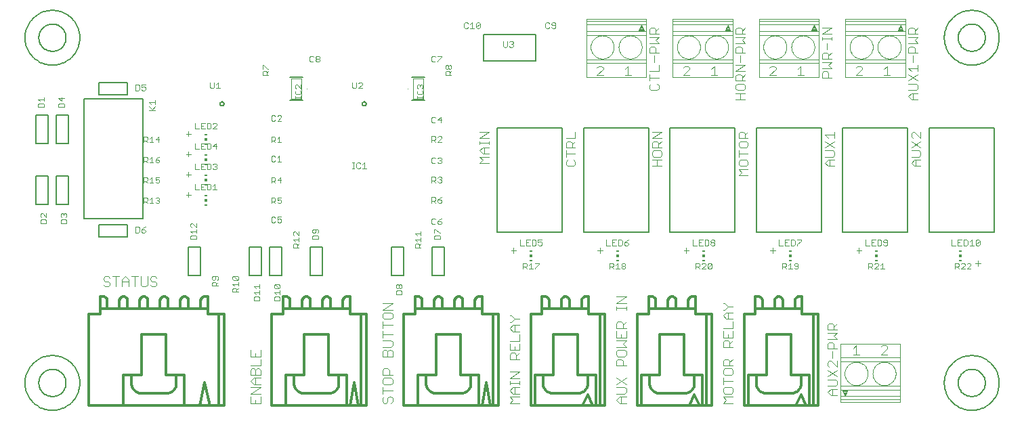
<source format=gto>
G75*
%MOIN*%
%OFA0B0*%
%FSLAX24Y24*%
%IPPOS*%
%LPD*%
%AMOC8*
5,1,8,0,0,1.08239X$1,22.5*
%
%ADD10C,0.0010*%
%ADD11C,0.0030*%
%ADD12C,0.0004*%
%ADD13C,0.0050*%
%ADD14C,0.0030*%
%ADD15C,0.0120*%
%ADD16R,0.0118X0.0059*%
%ADD17R,0.0118X0.0118*%
%ADD18C,0.0080*%
%ADD19C,0.0040*%
%ADD20C,0.0060*%
D10*
X011555Y000805D02*
X012045Y000805D01*
X012045Y001132D01*
X012045Y001265D02*
X011555Y001265D01*
X012045Y001592D01*
X011555Y001592D01*
X011718Y001726D02*
X011555Y001889D01*
X011718Y002053D01*
X012045Y002053D01*
X012045Y002186D02*
X011555Y002186D01*
X011555Y002431D01*
X011636Y002513D01*
X011718Y002513D01*
X011800Y002431D01*
X011800Y002186D01*
X011800Y002053D02*
X011800Y001726D01*
X011718Y001726D02*
X012045Y001726D01*
X012045Y002186D02*
X012045Y002431D01*
X011963Y002513D01*
X011882Y002513D01*
X011800Y002431D01*
X011555Y002647D02*
X012045Y002647D01*
X012045Y002974D01*
X012045Y003107D02*
X011555Y003107D01*
X011555Y003434D01*
X011800Y003270D02*
X011800Y003107D01*
X012045Y003107D02*
X012045Y003434D01*
X011555Y001132D02*
X011555Y000805D01*
X011800Y000805D02*
X011800Y000968D01*
X018055Y000887D02*
X018136Y000805D01*
X018218Y000805D01*
X018300Y000887D01*
X018300Y001050D01*
X018382Y001132D01*
X018463Y001132D01*
X018545Y001050D01*
X018545Y000887D01*
X018463Y000805D01*
X018055Y000887D02*
X018055Y001050D01*
X018136Y001132D01*
X018055Y001265D02*
X018055Y001592D01*
X018136Y001726D02*
X018463Y001726D01*
X018545Y001808D01*
X018545Y001971D01*
X018463Y002053D01*
X018136Y002053D01*
X018055Y001971D01*
X018055Y001808D01*
X018136Y001726D01*
X018055Y001429D02*
X018545Y001429D01*
X018545Y002186D02*
X018055Y002186D01*
X018055Y002431D01*
X018136Y002513D01*
X018300Y002513D01*
X018382Y002431D01*
X018382Y002186D01*
X018300Y003107D02*
X018300Y003352D01*
X018382Y003434D01*
X018463Y003434D01*
X018545Y003352D01*
X018545Y003107D01*
X018055Y003107D01*
X018055Y003352D01*
X018136Y003434D01*
X018218Y003434D01*
X018300Y003352D01*
X018463Y003567D02*
X018055Y003567D01*
X018055Y003894D02*
X018463Y003894D01*
X018545Y003813D01*
X018545Y003649D01*
X018463Y003567D01*
X018055Y004028D02*
X018055Y004355D01*
X018055Y004488D02*
X018055Y004815D01*
X018136Y004949D02*
X018463Y004949D01*
X018545Y005030D01*
X018545Y005194D01*
X018463Y005275D01*
X018136Y005275D01*
X018055Y005194D01*
X018055Y005030D01*
X018136Y004949D01*
X018055Y004652D02*
X018545Y004652D01*
X018545Y004191D02*
X018055Y004191D01*
X018055Y005409D02*
X018545Y005736D01*
X018055Y005736D01*
X018055Y005409D02*
X018545Y005409D01*
X024305Y005122D02*
X024386Y005122D01*
X024550Y004959D01*
X024795Y004959D01*
X024550Y004959D02*
X024386Y004795D01*
X024305Y004795D01*
X024468Y004662D02*
X024795Y004662D01*
X024550Y004662D02*
X024550Y004335D01*
X024468Y004335D02*
X024305Y004498D01*
X024468Y004662D01*
X024468Y004335D02*
X024795Y004335D01*
X024795Y004201D02*
X024795Y003874D01*
X024305Y003874D01*
X024305Y003741D02*
X024305Y003414D01*
X024795Y003414D01*
X024795Y003741D01*
X024550Y003577D02*
X024550Y003414D01*
X024550Y003280D02*
X024632Y003199D01*
X024632Y002953D01*
X024795Y002953D02*
X024305Y002953D01*
X024305Y003199D01*
X024386Y003280D01*
X024550Y003280D01*
X024632Y003117D02*
X024795Y003280D01*
X024795Y002360D02*
X024305Y002360D01*
X024305Y002033D02*
X024795Y002360D01*
X024795Y002033D02*
X024305Y002033D01*
X024305Y001889D02*
X024305Y001726D01*
X024305Y001808D02*
X024795Y001808D01*
X024795Y001889D02*
X024795Y001726D01*
X024795Y001592D02*
X024468Y001592D01*
X024305Y001429D01*
X024468Y001265D01*
X024795Y001265D01*
X024795Y001132D02*
X024305Y001132D01*
X024468Y000968D01*
X024305Y000805D01*
X024795Y000805D01*
X024550Y001265D02*
X024550Y001592D01*
X029555Y001592D02*
X029963Y001592D01*
X030045Y001511D01*
X030045Y001347D01*
X029963Y001265D01*
X029555Y001265D01*
X029718Y001132D02*
X030045Y001132D01*
X029800Y001132D02*
X029800Y000805D01*
X029718Y000805D02*
X029555Y000968D01*
X029718Y001132D01*
X029718Y000805D02*
X030045Y000805D01*
X030045Y001726D02*
X029555Y002053D01*
X029555Y001726D02*
X030045Y002053D01*
X030045Y002647D02*
X029555Y002647D01*
X029555Y002892D01*
X029636Y002974D01*
X029800Y002974D01*
X029882Y002892D01*
X029882Y002647D01*
X029963Y003107D02*
X030045Y003189D01*
X030045Y003352D01*
X029963Y003434D01*
X029636Y003434D01*
X029555Y003352D01*
X029555Y003189D01*
X029636Y003107D01*
X029963Y003107D01*
X030045Y003567D02*
X029555Y003567D01*
X029555Y003894D02*
X030045Y003894D01*
X029882Y003731D01*
X030045Y003567D01*
X030045Y004028D02*
X029555Y004028D01*
X029555Y004355D01*
X029555Y004488D02*
X029555Y004733D01*
X029636Y004815D01*
X029800Y004815D01*
X029882Y004733D01*
X029882Y004488D01*
X030045Y004488D02*
X029555Y004488D01*
X029882Y004652D02*
X030045Y004815D01*
X030045Y004355D02*
X030045Y004028D01*
X029800Y004028D02*
X029800Y004191D01*
X030045Y005409D02*
X030045Y005572D01*
X030045Y005491D02*
X029555Y005491D01*
X029555Y005572D02*
X029555Y005409D01*
X029555Y005716D02*
X030045Y006043D01*
X029555Y006043D01*
X029555Y005716D02*
X030045Y005716D01*
X034805Y005736D02*
X034886Y005736D01*
X035050Y005572D01*
X035295Y005572D01*
X035050Y005572D02*
X034886Y005409D01*
X034805Y005409D01*
X034968Y005275D02*
X035295Y005275D01*
X035050Y005275D02*
X035050Y004949D01*
X034968Y004949D02*
X035295Y004949D01*
X035295Y004815D02*
X035295Y004488D01*
X034805Y004488D01*
X034805Y004355D02*
X034805Y004028D01*
X035295Y004028D01*
X035295Y004355D01*
X035050Y004191D02*
X035050Y004028D01*
X035050Y003894D02*
X034886Y003894D01*
X034805Y003813D01*
X034805Y003567D01*
X035295Y003567D01*
X035132Y003567D02*
X035132Y003813D01*
X035050Y003894D01*
X035132Y003731D02*
X035295Y003894D01*
X035295Y002974D02*
X035132Y002810D01*
X035132Y002892D02*
X035132Y002647D01*
X035213Y002513D02*
X034886Y002513D01*
X034805Y002431D01*
X034805Y002268D01*
X034886Y002186D01*
X035213Y002186D01*
X035295Y002268D01*
X035295Y002431D01*
X035213Y002513D01*
X035295Y002647D02*
X034805Y002647D01*
X034805Y002892D01*
X034886Y002974D01*
X035050Y002974D01*
X035132Y002892D01*
X034805Y002053D02*
X034805Y001726D01*
X034886Y001592D02*
X034805Y001511D01*
X034805Y001347D01*
X034886Y001265D01*
X035213Y001265D01*
X035295Y001347D01*
X035295Y001511D01*
X035213Y001592D01*
X034886Y001592D01*
X034805Y001889D02*
X035295Y001889D01*
X035295Y001132D02*
X034805Y001132D01*
X034968Y000968D01*
X034805Y000805D01*
X035295Y000805D01*
X034968Y004949D02*
X034805Y005112D01*
X034968Y005275D01*
X006934Y006637D02*
X006852Y006555D01*
X006689Y006555D01*
X006607Y006637D01*
X006474Y006637D02*
X006474Y007045D01*
X006607Y006964D02*
X006689Y007045D01*
X006852Y007045D01*
X006934Y006964D01*
X006852Y006800D02*
X006934Y006718D01*
X006934Y006637D01*
X006852Y006800D02*
X006689Y006800D01*
X006607Y006882D01*
X006607Y006964D01*
X006474Y006637D02*
X006392Y006555D01*
X006228Y006555D01*
X006147Y006637D01*
X006147Y007045D01*
X006013Y007045D02*
X005686Y007045D01*
X005850Y007045D02*
X005850Y006555D01*
X005553Y006555D02*
X005553Y006882D01*
X005389Y007045D01*
X005226Y006882D01*
X005226Y006555D01*
X004929Y006555D02*
X004929Y007045D01*
X005092Y007045D02*
X004765Y007045D01*
X004632Y006964D02*
X004550Y007045D01*
X004387Y007045D01*
X004305Y006964D01*
X004305Y006882D01*
X004387Y006800D01*
X004550Y006800D01*
X004632Y006718D01*
X004632Y006637D01*
X004550Y006555D01*
X004387Y006555D01*
X004305Y006637D01*
X005226Y006800D02*
X005553Y006800D01*
D11*
X009665Y006721D02*
X009665Y006576D01*
X009955Y006576D01*
X009858Y006576D02*
X009858Y006721D01*
X009810Y006769D01*
X009713Y006769D01*
X009665Y006721D01*
X009713Y006870D02*
X009762Y006870D01*
X009810Y006919D01*
X009810Y007064D01*
X009907Y007064D02*
X009713Y007064D01*
X009665Y007015D01*
X009665Y006919D01*
X009713Y006870D01*
X009907Y006870D02*
X009955Y006919D01*
X009955Y007015D01*
X009907Y007064D01*
X010665Y007015D02*
X010665Y006919D01*
X010713Y006870D01*
X010907Y006870D01*
X010713Y007064D01*
X010907Y007064D01*
X010955Y007015D01*
X010955Y006919D01*
X010907Y006870D01*
X010955Y006769D02*
X010955Y006576D01*
X010955Y006672D02*
X010665Y006672D01*
X010762Y006576D01*
X010810Y006475D02*
X010858Y006426D01*
X010858Y006281D01*
X010858Y006378D02*
X010955Y006475D01*
X010810Y006475D02*
X010713Y006475D01*
X010665Y006426D01*
X010665Y006281D01*
X010955Y006281D01*
X011708Y006256D02*
X011805Y006159D01*
X011757Y006058D02*
X011708Y006009D01*
X011708Y005864D01*
X011999Y005864D01*
X011999Y006009D01*
X011950Y006058D01*
X011757Y006058D01*
X011708Y006256D02*
X011999Y006256D01*
X011999Y006352D02*
X011999Y006159D01*
X012708Y006256D02*
X012999Y006256D01*
X012999Y006352D02*
X012999Y006159D01*
X012950Y006058D02*
X012757Y006058D01*
X012708Y006009D01*
X012708Y005864D01*
X012999Y005864D01*
X012999Y006009D01*
X012950Y006058D01*
X012805Y006159D02*
X012708Y006256D01*
X012757Y006453D02*
X012708Y006502D01*
X012708Y006599D01*
X012757Y006647D01*
X012950Y006453D01*
X012999Y006502D01*
X012999Y006599D01*
X012950Y006647D01*
X012757Y006647D01*
X012757Y006453D02*
X012950Y006453D01*
X011999Y006453D02*
X011999Y006647D01*
X011999Y006550D02*
X011708Y006550D01*
X011805Y006453D01*
X010713Y007064D02*
X010665Y007015D01*
X009955Y006769D02*
X009858Y006672D01*
X013645Y008465D02*
X013645Y008610D01*
X013693Y008658D01*
X013790Y008658D01*
X013838Y008610D01*
X013838Y008465D01*
X013838Y008562D02*
X013935Y008658D01*
X013935Y008760D02*
X013935Y008953D01*
X013935Y008856D02*
X013645Y008856D01*
X013742Y008760D01*
X013693Y009054D02*
X013645Y009103D01*
X013645Y009199D01*
X013693Y009248D01*
X013742Y009248D01*
X013935Y009054D01*
X013935Y009248D01*
X014601Y009225D02*
X014601Y009322D01*
X014649Y009370D01*
X014843Y009370D01*
X014891Y009322D01*
X014891Y009225D01*
X014843Y009177D01*
X014843Y009075D02*
X014649Y009075D01*
X014601Y009027D01*
X014601Y008882D01*
X014891Y008882D01*
X014891Y009027D01*
X014843Y009075D01*
X014698Y009177D02*
X014746Y009225D01*
X014746Y009370D01*
X014698Y009177D02*
X014649Y009177D01*
X014601Y009225D01*
X013935Y008465D02*
X013645Y008465D01*
X013015Y009695D02*
X012919Y009695D01*
X012870Y009743D01*
X012870Y009840D02*
X012967Y009888D01*
X013015Y009888D01*
X013064Y009840D01*
X013064Y009743D01*
X013015Y009695D01*
X012870Y009840D02*
X012870Y009985D01*
X013064Y009985D01*
X012769Y009937D02*
X012721Y009985D01*
X012624Y009985D01*
X012576Y009937D01*
X012576Y009743D01*
X012624Y009695D01*
X012721Y009695D01*
X012769Y009743D01*
X012769Y010645D02*
X012672Y010742D01*
X012721Y010742D02*
X012576Y010742D01*
X012576Y010645D02*
X012576Y010935D01*
X012721Y010935D01*
X012769Y010887D01*
X012769Y010790D01*
X012721Y010742D01*
X012870Y010790D02*
X012870Y010935D01*
X013064Y010935D01*
X013015Y010838D02*
X013064Y010790D01*
X013064Y010693D01*
X013015Y010645D01*
X012919Y010645D01*
X012870Y010693D01*
X012870Y010790D02*
X012967Y010838D01*
X013015Y010838D01*
X013015Y011645D02*
X013015Y011935D01*
X012870Y011790D01*
X013064Y011790D01*
X012769Y011790D02*
X012721Y011742D01*
X012576Y011742D01*
X012672Y011742D02*
X012769Y011645D01*
X012769Y011790D02*
X012769Y011887D01*
X012721Y011935D01*
X012576Y011935D01*
X012576Y011645D01*
X012624Y012695D02*
X012721Y012695D01*
X012769Y012743D01*
X012870Y012695D02*
X013064Y012695D01*
X012967Y012695D02*
X012967Y012985D01*
X012870Y012888D01*
X012769Y012937D02*
X012721Y012985D01*
X012624Y012985D01*
X012576Y012937D01*
X012576Y012743D01*
X012624Y012695D01*
X012576Y013645D02*
X012576Y013935D01*
X012721Y013935D01*
X012769Y013887D01*
X012769Y013790D01*
X012721Y013742D01*
X012576Y013742D01*
X012672Y013742D02*
X012769Y013645D01*
X012870Y013645D02*
X013064Y013645D01*
X012967Y013645D02*
X012967Y013935D01*
X012870Y013838D01*
X012870Y014695D02*
X013064Y014888D01*
X013064Y014937D01*
X013015Y014985D01*
X012919Y014985D01*
X012870Y014937D01*
X012769Y014937D02*
X012721Y014985D01*
X012624Y014985D01*
X012576Y014937D01*
X012576Y014743D01*
X012624Y014695D01*
X012721Y014695D01*
X012769Y014743D01*
X012870Y014695D02*
X013064Y014695D01*
X013745Y015815D02*
X013745Y015912D01*
X013745Y015863D02*
X014035Y015863D01*
X014035Y015815D02*
X014035Y015912D01*
X013987Y016011D02*
X014035Y016060D01*
X014035Y016157D01*
X013987Y016205D01*
X014035Y016306D02*
X013842Y016500D01*
X013793Y016500D01*
X013745Y016451D01*
X013745Y016354D01*
X013793Y016306D01*
X013793Y016205D02*
X013745Y016157D01*
X013745Y016060D01*
X013793Y016011D01*
X013987Y016011D01*
X014035Y016306D02*
X014035Y016500D01*
X012435Y016965D02*
X012145Y016965D01*
X012145Y017110D01*
X012193Y017158D01*
X012290Y017158D01*
X012338Y017110D01*
X012338Y016965D01*
X012338Y017062D02*
X012435Y017158D01*
X012435Y017260D02*
X012387Y017260D01*
X012193Y017453D01*
X012145Y017453D01*
X012145Y017260D01*
X009956Y016605D02*
X009956Y016315D01*
X009860Y016315D02*
X010053Y016315D01*
X009860Y016508D02*
X009956Y016605D01*
X009758Y016605D02*
X009758Y016363D01*
X009710Y016315D01*
X009613Y016315D01*
X009565Y016363D01*
X009565Y016605D01*
X006855Y015714D02*
X006855Y015520D01*
X006855Y015617D02*
X006565Y015617D01*
X006662Y015520D01*
X006565Y015419D02*
X006758Y015226D01*
X006710Y015274D02*
X006855Y015419D01*
X006855Y015226D02*
X006565Y015226D01*
X008815Y014605D02*
X008815Y014315D01*
X009008Y014315D01*
X009110Y014315D02*
X009303Y014315D01*
X009404Y014315D02*
X009404Y014605D01*
X009549Y014605D01*
X009598Y014557D01*
X009598Y014363D01*
X009549Y014315D01*
X009404Y014315D01*
X009206Y014460D02*
X009110Y014460D01*
X009110Y014605D02*
X009110Y014315D01*
X009110Y014605D02*
X009303Y014605D01*
X009699Y014557D02*
X009747Y014605D01*
X009844Y014605D01*
X009892Y014557D01*
X009892Y014508D01*
X009699Y014315D01*
X009892Y014315D01*
X009844Y013605D02*
X009699Y013460D01*
X009892Y013460D01*
X009844Y013315D02*
X009844Y013605D01*
X009598Y013557D02*
X009549Y013605D01*
X009404Y013605D01*
X009404Y013315D01*
X009549Y013315D01*
X009598Y013363D01*
X009598Y013557D01*
X009303Y013605D02*
X009110Y013605D01*
X009110Y013315D01*
X009303Y013315D01*
X009206Y013460D02*
X009110Y013460D01*
X009008Y013315D02*
X008815Y013315D01*
X008815Y013605D01*
X008500Y013947D02*
X008500Y014194D01*
X008623Y014070D02*
X008376Y014070D01*
X007064Y013790D02*
X006870Y013790D01*
X007015Y013935D01*
X007015Y013645D01*
X006769Y013645D02*
X006576Y013645D01*
X006672Y013645D02*
X006672Y013935D01*
X006576Y013838D01*
X006475Y013790D02*
X006475Y013887D01*
X006426Y013935D01*
X006281Y013935D01*
X006281Y013645D01*
X006281Y013742D02*
X006426Y013742D01*
X006475Y013790D01*
X006378Y013742D02*
X006475Y013645D01*
X008376Y013070D02*
X008623Y013070D01*
X008500Y012947D02*
X008500Y013194D01*
X008815Y012605D02*
X008815Y012315D01*
X009008Y012315D01*
X009110Y012315D02*
X009303Y012315D01*
X009404Y012315D02*
X009549Y012315D01*
X009598Y012363D01*
X009598Y012557D01*
X009549Y012605D01*
X009404Y012605D01*
X009404Y012315D01*
X009206Y012460D02*
X009110Y012460D01*
X009110Y012605D02*
X009110Y012315D01*
X008623Y012070D02*
X008376Y012070D01*
X008500Y011947D02*
X008500Y012194D01*
X009110Y012605D02*
X009303Y012605D01*
X009699Y012557D02*
X009747Y012605D01*
X009844Y012605D01*
X009892Y012557D01*
X009892Y012508D01*
X009844Y012460D01*
X009892Y012412D01*
X009892Y012363D01*
X009844Y012315D01*
X009747Y012315D01*
X009699Y012363D01*
X009796Y012460D02*
X009844Y012460D01*
X009796Y011605D02*
X009796Y011315D01*
X009892Y011315D02*
X009699Y011315D01*
X009598Y011363D02*
X009549Y011315D01*
X009404Y011315D01*
X009404Y011605D01*
X009549Y011605D01*
X009598Y011557D01*
X009598Y011363D01*
X009699Y011508D02*
X009796Y011605D01*
X009303Y011605D02*
X009110Y011605D01*
X009110Y011315D01*
X009303Y011315D01*
X009206Y011460D02*
X009110Y011460D01*
X009008Y011315D02*
X008815Y011315D01*
X008815Y011605D01*
X008500Y011194D02*
X008500Y010947D01*
X008623Y011070D02*
X008376Y011070D01*
X007064Y010887D02*
X007064Y010838D01*
X007015Y010790D01*
X007064Y010742D01*
X007064Y010693D01*
X007015Y010645D01*
X006919Y010645D01*
X006870Y010693D01*
X006769Y010645D02*
X006576Y010645D01*
X006672Y010645D02*
X006672Y010935D01*
X006576Y010838D01*
X006475Y010790D02*
X006426Y010742D01*
X006281Y010742D01*
X006378Y010742D02*
X006475Y010645D01*
X006475Y010790D02*
X006475Y010887D01*
X006426Y010935D01*
X006281Y010935D01*
X006281Y010645D01*
X006870Y010887D02*
X006919Y010935D01*
X007015Y010935D01*
X007064Y010887D01*
X007015Y010790D02*
X006967Y010790D01*
X006919Y011645D02*
X006870Y011693D01*
X006919Y011645D02*
X007015Y011645D01*
X007064Y011693D01*
X007064Y011790D01*
X007015Y011838D01*
X006967Y011838D01*
X006870Y011790D01*
X006870Y011935D01*
X007064Y011935D01*
X006672Y011935D02*
X006672Y011645D01*
X006576Y011645D02*
X006769Y011645D01*
X006576Y011838D02*
X006672Y011935D01*
X006475Y011887D02*
X006475Y011790D01*
X006426Y011742D01*
X006281Y011742D01*
X006378Y011742D02*
X006475Y011645D01*
X006281Y011645D02*
X006281Y011935D01*
X006426Y011935D01*
X006475Y011887D01*
X006475Y012645D02*
X006378Y012742D01*
X006426Y012742D02*
X006281Y012742D01*
X006281Y012645D02*
X006281Y012935D01*
X006426Y012935D01*
X006475Y012887D01*
X006475Y012790D01*
X006426Y012742D01*
X006576Y012838D02*
X006672Y012935D01*
X006672Y012645D01*
X006576Y012645D02*
X006769Y012645D01*
X006870Y012693D02*
X006919Y012645D01*
X007015Y012645D01*
X007064Y012693D01*
X007064Y012742D01*
X007015Y012790D01*
X006870Y012790D01*
X006870Y012693D01*
X006870Y012790D02*
X006967Y012887D01*
X007064Y012935D01*
X002391Y015382D02*
X002391Y015527D01*
X002343Y015575D01*
X002149Y015575D01*
X002101Y015527D01*
X002101Y015382D01*
X002391Y015382D01*
X002246Y015677D02*
X002246Y015870D01*
X002101Y015822D02*
X002246Y015677D01*
X002391Y015822D02*
X002101Y015822D01*
X001391Y015870D02*
X001391Y015677D01*
X001391Y015773D02*
X001101Y015773D01*
X001198Y015677D01*
X001149Y015575D02*
X001101Y015527D01*
X001101Y015382D01*
X001391Y015382D01*
X001391Y015527D01*
X001343Y015575D01*
X001149Y015575D01*
X005882Y016209D02*
X006027Y016209D01*
X006075Y016257D01*
X006075Y016451D01*
X006027Y016499D01*
X005882Y016499D01*
X005882Y016209D01*
X006177Y016257D02*
X006225Y016209D01*
X006322Y016209D01*
X006370Y016257D01*
X006370Y016354D01*
X006322Y016402D01*
X006273Y016402D01*
X006177Y016354D01*
X006177Y016499D01*
X006370Y016499D01*
X014465Y017663D02*
X014513Y017615D01*
X014610Y017615D01*
X014658Y017663D01*
X014760Y017663D02*
X014760Y017712D01*
X014808Y017760D01*
X014905Y017760D01*
X014953Y017712D01*
X014953Y017663D01*
X014905Y017615D01*
X014808Y017615D01*
X014760Y017663D01*
X014808Y017760D02*
X014760Y017808D01*
X014760Y017857D01*
X014808Y017905D01*
X014905Y017905D01*
X014953Y017857D01*
X014953Y017808D01*
X014905Y017760D01*
X014658Y017857D02*
X014610Y017905D01*
X014513Y017905D01*
X014465Y017857D01*
X014465Y017663D01*
X016565Y016605D02*
X016565Y016363D01*
X016613Y016315D01*
X016710Y016315D01*
X016758Y016363D01*
X016758Y016605D01*
X016860Y016557D02*
X016908Y016605D01*
X017005Y016605D01*
X017053Y016557D01*
X017053Y016508D01*
X016860Y016315D01*
X017053Y016315D01*
X019745Y016354D02*
X019745Y016451D01*
X019793Y016500D01*
X019842Y016500D01*
X019890Y016451D01*
X019938Y016500D01*
X019987Y016500D01*
X020035Y016451D01*
X020035Y016354D01*
X019987Y016306D01*
X019987Y016205D02*
X020035Y016157D01*
X020035Y016060D01*
X019987Y016011D01*
X019793Y016011D01*
X019745Y016060D01*
X019745Y016157D01*
X019793Y016205D01*
X019793Y016306D02*
X019745Y016354D01*
X019890Y016403D02*
X019890Y016451D01*
X020035Y015912D02*
X020035Y015815D01*
X020035Y015863D02*
X019745Y015863D01*
X019745Y015815D02*
X019745Y015912D01*
X020513Y014905D02*
X020465Y014857D01*
X020465Y014663D01*
X020513Y014615D01*
X020610Y014615D01*
X020658Y014663D01*
X020760Y014760D02*
X020905Y014905D01*
X020905Y014615D01*
X020953Y014760D02*
X020760Y014760D01*
X020658Y014857D02*
X020610Y014905D01*
X020513Y014905D01*
X020465Y013955D02*
X020610Y013955D01*
X020658Y013907D01*
X020658Y013810D01*
X020610Y013762D01*
X020465Y013762D01*
X020562Y013762D02*
X020658Y013665D01*
X020760Y013665D02*
X020953Y013858D01*
X020953Y013907D01*
X020905Y013955D01*
X020808Y013955D01*
X020760Y013907D01*
X020760Y013665D02*
X020953Y013665D01*
X020465Y013665D02*
X020465Y013955D01*
X020513Y012905D02*
X020465Y012857D01*
X020465Y012663D01*
X020513Y012615D01*
X020610Y012615D01*
X020658Y012663D01*
X020760Y012663D02*
X020808Y012615D01*
X020905Y012615D01*
X020953Y012663D01*
X020953Y012712D01*
X020905Y012760D01*
X020856Y012760D01*
X020905Y012760D02*
X020953Y012808D01*
X020953Y012857D01*
X020905Y012905D01*
X020808Y012905D01*
X020760Y012857D01*
X020658Y012857D02*
X020610Y012905D01*
X020513Y012905D01*
X020465Y011955D02*
X020610Y011955D01*
X020658Y011907D01*
X020658Y011810D01*
X020610Y011762D01*
X020465Y011762D01*
X020562Y011762D02*
X020658Y011665D01*
X020760Y011713D02*
X020808Y011665D01*
X020905Y011665D01*
X020953Y011713D01*
X020953Y011762D01*
X020905Y011810D01*
X020856Y011810D01*
X020905Y011810D02*
X020953Y011858D01*
X020953Y011907D01*
X020905Y011955D01*
X020808Y011955D01*
X020760Y011907D01*
X020465Y011955D02*
X020465Y011665D01*
X020465Y010955D02*
X020610Y010955D01*
X020658Y010907D01*
X020658Y010810D01*
X020610Y010762D01*
X020465Y010762D01*
X020562Y010762D02*
X020658Y010665D01*
X020760Y010713D02*
X020808Y010665D01*
X020905Y010665D01*
X020953Y010713D01*
X020953Y010762D01*
X020905Y010810D01*
X020760Y010810D01*
X020760Y010713D01*
X020760Y010810D02*
X020856Y010907D01*
X020953Y010955D01*
X020465Y010955D02*
X020465Y010665D01*
X020513Y009905D02*
X020465Y009857D01*
X020465Y009663D01*
X020513Y009615D01*
X020610Y009615D01*
X020658Y009663D01*
X020760Y009663D02*
X020760Y009760D01*
X020905Y009760D01*
X020953Y009712D01*
X020953Y009663D01*
X020905Y009615D01*
X020808Y009615D01*
X020760Y009663D01*
X020760Y009760D02*
X020856Y009857D01*
X020953Y009905D01*
X020658Y009857D02*
X020610Y009905D01*
X020513Y009905D01*
X020601Y009370D02*
X020649Y009370D01*
X020843Y009177D01*
X020891Y009177D01*
X020843Y009075D02*
X020649Y009075D01*
X020601Y009027D01*
X020601Y008882D01*
X020891Y008882D01*
X020891Y009027D01*
X020843Y009075D01*
X020601Y009177D02*
X020601Y009370D01*
X019935Y009248D02*
X019935Y009054D01*
X019935Y009151D02*
X019645Y009151D01*
X019742Y009054D01*
X019935Y008953D02*
X019935Y008760D01*
X019935Y008856D02*
X019645Y008856D01*
X019742Y008760D01*
X019790Y008658D02*
X019838Y008610D01*
X019838Y008465D01*
X019838Y008562D02*
X019935Y008658D01*
X019790Y008658D02*
X019693Y008658D01*
X019645Y008610D01*
X019645Y008465D01*
X019935Y008465D01*
X018950Y006647D02*
X018999Y006599D01*
X018999Y006502D01*
X018950Y006453D01*
X018902Y006453D01*
X018854Y006502D01*
X018854Y006599D01*
X018902Y006647D01*
X018950Y006647D01*
X018854Y006599D02*
X018805Y006647D01*
X018757Y006647D01*
X018708Y006599D01*
X018708Y006502D01*
X018757Y006453D01*
X018805Y006453D01*
X018854Y006502D01*
X018950Y006352D02*
X018757Y006352D01*
X018708Y006304D01*
X018708Y006159D01*
X018999Y006159D01*
X018999Y006304D01*
X018950Y006352D01*
X024376Y008320D02*
X024623Y008320D01*
X024500Y008197D02*
X024500Y008444D01*
X024815Y008565D02*
X025008Y008565D01*
X025110Y008565D02*
X025303Y008565D01*
X025404Y008565D02*
X025549Y008565D01*
X025598Y008613D01*
X025598Y008807D01*
X025549Y008855D01*
X025404Y008855D01*
X025404Y008565D01*
X025206Y008710D02*
X025110Y008710D01*
X025110Y008855D02*
X025110Y008565D01*
X025110Y008855D02*
X025303Y008855D01*
X025699Y008855D02*
X025699Y008710D01*
X025796Y008758D01*
X025844Y008758D01*
X025892Y008710D01*
X025892Y008613D01*
X025844Y008565D01*
X025747Y008565D01*
X025699Y008613D01*
X025699Y008855D02*
X025892Y008855D01*
X024815Y008855D02*
X024815Y008565D01*
X024965Y007705D02*
X025110Y007705D01*
X025158Y007657D01*
X025158Y007560D01*
X025110Y007512D01*
X024965Y007512D01*
X025062Y007512D02*
X025158Y007415D01*
X025260Y007415D02*
X025453Y007415D01*
X025356Y007415D02*
X025356Y007705D01*
X025260Y007608D01*
X025554Y007705D02*
X025748Y007705D01*
X025748Y007657D01*
X025554Y007463D01*
X025554Y007415D01*
X024965Y007415D02*
X024965Y007705D01*
X028626Y008320D02*
X028873Y008320D01*
X028750Y008197D02*
X028750Y008444D01*
X029065Y008565D02*
X029258Y008565D01*
X029360Y008565D02*
X029553Y008565D01*
X029654Y008565D02*
X029654Y008855D01*
X029799Y008855D01*
X029848Y008807D01*
X029848Y008613D01*
X029799Y008565D01*
X029654Y008565D01*
X029456Y008710D02*
X029360Y008710D01*
X029360Y008855D02*
X029360Y008565D01*
X029360Y008855D02*
X029553Y008855D01*
X029949Y008710D02*
X029949Y008613D01*
X029997Y008565D01*
X030094Y008565D01*
X030142Y008613D01*
X030142Y008662D01*
X030094Y008710D01*
X029949Y008710D01*
X030046Y008807D01*
X030142Y008855D01*
X029065Y008855D02*
X029065Y008565D01*
X029215Y007705D02*
X029360Y007705D01*
X029408Y007657D01*
X029408Y007560D01*
X029360Y007512D01*
X029215Y007512D01*
X029312Y007512D02*
X029408Y007415D01*
X029510Y007415D02*
X029703Y007415D01*
X029606Y007415D02*
X029606Y007705D01*
X029510Y007608D01*
X029804Y007608D02*
X029804Y007657D01*
X029853Y007705D01*
X029949Y007705D01*
X029998Y007657D01*
X029998Y007608D01*
X029949Y007560D01*
X029853Y007560D01*
X029804Y007608D01*
X029853Y007560D02*
X029804Y007512D01*
X029804Y007463D01*
X029853Y007415D01*
X029949Y007415D01*
X029998Y007463D01*
X029998Y007512D01*
X029949Y007560D01*
X029215Y007415D02*
X029215Y007705D01*
X032876Y008320D02*
X033123Y008320D01*
X033000Y008197D02*
X033000Y008444D01*
X033315Y008565D02*
X033508Y008565D01*
X033610Y008565D02*
X033610Y008855D01*
X033803Y008855D01*
X033904Y008855D02*
X034049Y008855D01*
X034098Y008807D01*
X034098Y008613D01*
X034049Y008565D01*
X033904Y008565D01*
X033904Y008855D01*
X033706Y008710D02*
X033610Y008710D01*
X033610Y008565D02*
X033803Y008565D01*
X034199Y008613D02*
X034199Y008662D01*
X034247Y008710D01*
X034344Y008710D01*
X034392Y008662D01*
X034392Y008613D01*
X034344Y008565D01*
X034247Y008565D01*
X034199Y008613D01*
X034247Y008710D02*
X034199Y008758D01*
X034199Y008807D01*
X034247Y008855D01*
X034344Y008855D01*
X034392Y008807D01*
X034392Y008758D01*
X034344Y008710D01*
X033315Y008855D02*
X033315Y008565D01*
X033465Y007705D02*
X033610Y007705D01*
X033658Y007657D01*
X033658Y007560D01*
X033610Y007512D01*
X033465Y007512D01*
X033562Y007512D02*
X033658Y007415D01*
X033760Y007415D02*
X033953Y007608D01*
X033953Y007657D01*
X033905Y007705D01*
X033808Y007705D01*
X033760Y007657D01*
X034054Y007657D02*
X034054Y007463D01*
X034248Y007657D01*
X034248Y007463D01*
X034199Y007415D01*
X034103Y007415D01*
X034054Y007463D01*
X033953Y007415D02*
X033760Y007415D01*
X033465Y007415D02*
X033465Y007705D01*
X034054Y007657D02*
X034103Y007705D01*
X034199Y007705D01*
X034248Y007657D01*
X037126Y008320D02*
X037373Y008320D01*
X037250Y008197D02*
X037250Y008444D01*
X037565Y008565D02*
X037758Y008565D01*
X037860Y008565D02*
X038053Y008565D01*
X038154Y008565D02*
X038299Y008565D01*
X038348Y008613D01*
X038348Y008807D01*
X038299Y008855D01*
X038154Y008855D01*
X038154Y008565D01*
X037956Y008710D02*
X037860Y008710D01*
X037860Y008855D02*
X037860Y008565D01*
X037860Y008855D02*
X038053Y008855D01*
X038449Y008855D02*
X038642Y008855D01*
X038642Y008807D01*
X038449Y008613D01*
X038449Y008565D01*
X037565Y008565D02*
X037565Y008855D01*
X037715Y007705D02*
X037860Y007705D01*
X037908Y007657D01*
X037908Y007560D01*
X037860Y007512D01*
X037715Y007512D01*
X037812Y007512D02*
X037908Y007415D01*
X038010Y007415D02*
X038203Y007415D01*
X038106Y007415D02*
X038106Y007705D01*
X038010Y007608D01*
X038304Y007608D02*
X038353Y007560D01*
X038498Y007560D01*
X038498Y007463D02*
X038498Y007657D01*
X038449Y007705D01*
X038353Y007705D01*
X038304Y007657D01*
X038304Y007608D01*
X038304Y007463D02*
X038353Y007415D01*
X038449Y007415D01*
X038498Y007463D01*
X037715Y007415D02*
X037715Y007705D01*
X041376Y008320D02*
X041623Y008320D01*
X041500Y008197D02*
X041500Y008444D01*
X041815Y008565D02*
X042008Y008565D01*
X042110Y008565D02*
X042303Y008565D01*
X042404Y008565D02*
X042549Y008565D01*
X042598Y008613D01*
X042598Y008807D01*
X042549Y008855D01*
X042404Y008855D01*
X042404Y008565D01*
X042206Y008710D02*
X042110Y008710D01*
X042110Y008855D02*
X042110Y008565D01*
X042110Y008855D02*
X042303Y008855D01*
X042699Y008807D02*
X042699Y008758D01*
X042747Y008710D01*
X042892Y008710D01*
X042892Y008613D02*
X042892Y008807D01*
X042844Y008855D01*
X042747Y008855D01*
X042699Y008807D01*
X042699Y008613D02*
X042747Y008565D01*
X042844Y008565D01*
X042892Y008613D01*
X041815Y008565D02*
X041815Y008855D01*
X041965Y007705D02*
X042110Y007705D01*
X042158Y007657D01*
X042158Y007560D01*
X042110Y007512D01*
X041965Y007512D01*
X042062Y007512D02*
X042158Y007415D01*
X042260Y007415D02*
X042453Y007608D01*
X042453Y007657D01*
X042405Y007705D01*
X042308Y007705D01*
X042260Y007657D01*
X042554Y007608D02*
X042651Y007705D01*
X042651Y007415D01*
X042554Y007415D02*
X042748Y007415D01*
X042453Y007415D02*
X042260Y007415D01*
X041965Y007415D02*
X041965Y007705D01*
X046065Y008565D02*
X046258Y008565D01*
X046360Y008565D02*
X046553Y008565D01*
X046654Y008565D02*
X046799Y008565D01*
X046848Y008613D01*
X046848Y008807D01*
X046799Y008855D01*
X046654Y008855D01*
X046654Y008565D01*
X046456Y008710D02*
X046360Y008710D01*
X046360Y008855D02*
X046360Y008565D01*
X046360Y008855D02*
X046553Y008855D01*
X046949Y008758D02*
X047046Y008855D01*
X047046Y008565D01*
X047142Y008565D02*
X046949Y008565D01*
X047244Y008613D02*
X047437Y008807D01*
X047437Y008613D01*
X047389Y008565D01*
X047292Y008565D01*
X047244Y008613D01*
X047244Y008807D01*
X047292Y008855D01*
X047389Y008855D01*
X047437Y008807D01*
X046065Y008855D02*
X046065Y008565D01*
X046215Y007705D02*
X046360Y007705D01*
X046408Y007657D01*
X046408Y007560D01*
X046360Y007512D01*
X046215Y007512D01*
X046312Y007512D02*
X046408Y007415D01*
X046510Y007415D02*
X046703Y007608D01*
X046703Y007657D01*
X046655Y007705D01*
X046558Y007705D01*
X046510Y007657D01*
X046804Y007657D02*
X046853Y007705D01*
X046949Y007705D01*
X046998Y007657D01*
X046998Y007608D01*
X046804Y007415D01*
X046998Y007415D01*
X046703Y007415D02*
X046510Y007415D01*
X046215Y007415D02*
X046215Y007705D01*
X047226Y007688D02*
X047473Y007688D01*
X047350Y007565D02*
X047350Y007812D01*
X024478Y018388D02*
X024430Y018340D01*
X024333Y018340D01*
X024285Y018388D01*
X024183Y018388D02*
X024183Y018630D01*
X024285Y018582D02*
X024333Y018630D01*
X024430Y018630D01*
X024478Y018582D01*
X024478Y018533D01*
X024430Y018485D01*
X024478Y018437D01*
X024478Y018388D01*
X024430Y018485D02*
X024381Y018485D01*
X024183Y018388D02*
X024135Y018340D01*
X024038Y018340D01*
X023990Y018388D01*
X023990Y018630D01*
X022848Y019313D02*
X022799Y019265D01*
X022703Y019265D01*
X022654Y019313D01*
X022848Y019507D01*
X022848Y019313D01*
X022654Y019313D02*
X022654Y019507D01*
X022703Y019555D01*
X022799Y019555D01*
X022848Y019507D01*
X022553Y019265D02*
X022360Y019265D01*
X022456Y019265D02*
X022456Y019555D01*
X022360Y019458D01*
X022258Y019507D02*
X022210Y019555D01*
X022113Y019555D01*
X022065Y019507D01*
X022065Y019313D01*
X022113Y019265D01*
X022210Y019265D01*
X022258Y019313D01*
X020953Y017905D02*
X020953Y017857D01*
X020760Y017663D01*
X020760Y017615D01*
X020658Y017663D02*
X020610Y017615D01*
X020513Y017615D01*
X020465Y017663D01*
X020465Y017857D01*
X020513Y017905D01*
X020610Y017905D01*
X020658Y017857D01*
X020760Y017905D02*
X020953Y017905D01*
X021193Y017453D02*
X021242Y017453D01*
X021290Y017405D01*
X021290Y017308D01*
X021242Y017260D01*
X021193Y017260D01*
X021145Y017308D01*
X021145Y017405D01*
X021193Y017453D01*
X021290Y017405D02*
X021338Y017453D01*
X021387Y017453D01*
X021435Y017405D01*
X021435Y017308D01*
X021387Y017260D01*
X021338Y017260D01*
X021290Y017308D01*
X021290Y017158D02*
X021193Y017158D01*
X021145Y017110D01*
X021145Y016965D01*
X021435Y016965D01*
X021338Y016965D02*
X021338Y017110D01*
X021290Y017158D01*
X021338Y017062D02*
X021435Y017158D01*
X026065Y019313D02*
X026113Y019265D01*
X026210Y019265D01*
X026258Y019313D01*
X026360Y019313D02*
X026408Y019265D01*
X026505Y019265D01*
X026553Y019313D01*
X026553Y019507D01*
X026505Y019555D01*
X026408Y019555D01*
X026360Y019507D01*
X026360Y019458D01*
X026408Y019410D01*
X026553Y019410D01*
X026258Y019507D02*
X026210Y019555D01*
X026113Y019555D01*
X026065Y019507D01*
X026065Y019313D01*
X017153Y012655D02*
X017153Y012365D01*
X017056Y012365D02*
X017250Y012365D01*
X017056Y012558D02*
X017153Y012655D01*
X016955Y012607D02*
X016907Y012655D01*
X016810Y012655D01*
X016761Y012607D01*
X016761Y012413D01*
X016810Y012365D01*
X016907Y012365D01*
X016955Y012413D01*
X016662Y012365D02*
X016565Y012365D01*
X016613Y012365D02*
X016613Y012655D01*
X016565Y012655D02*
X016662Y012655D01*
X008891Y009665D02*
X008891Y009471D01*
X008698Y009665D01*
X008649Y009665D01*
X008601Y009616D01*
X008601Y009520D01*
X008649Y009471D01*
X008601Y009273D02*
X008891Y009273D01*
X008891Y009177D02*
X008891Y009370D01*
X008698Y009177D02*
X008601Y009273D01*
X008649Y009075D02*
X008601Y009027D01*
X008601Y008882D01*
X008891Y008882D01*
X008891Y009027D01*
X008843Y009075D01*
X008649Y009075D01*
X006370Y009257D02*
X006370Y009305D01*
X006322Y009354D01*
X006177Y009354D01*
X006177Y009257D01*
X006225Y009209D01*
X006322Y009209D01*
X006370Y009257D01*
X006273Y009451D02*
X006177Y009354D01*
X006273Y009451D02*
X006370Y009499D01*
X006075Y009451D02*
X006027Y009499D01*
X005882Y009499D01*
X005882Y009209D01*
X006027Y009209D01*
X006075Y009257D01*
X006075Y009451D01*
X002499Y009659D02*
X002499Y009804D01*
X002450Y009852D01*
X002257Y009852D01*
X002208Y009804D01*
X002208Y009659D01*
X002499Y009659D01*
X002450Y009953D02*
X002499Y010002D01*
X002499Y010099D01*
X002450Y010147D01*
X002402Y010147D01*
X002354Y010099D01*
X002354Y010050D01*
X002354Y010099D02*
X002305Y010147D01*
X002257Y010147D01*
X002208Y010099D01*
X002208Y010002D01*
X002257Y009953D01*
X001499Y009953D02*
X001499Y010147D01*
X001499Y009953D02*
X001305Y010147D01*
X001257Y010147D01*
X001208Y010099D01*
X001208Y010002D01*
X001257Y009953D01*
X001257Y009852D02*
X001208Y009804D01*
X001208Y009659D01*
X001499Y009659D01*
X001499Y009804D01*
X001450Y009852D01*
X001257Y009852D01*
D12*
X014308Y016300D02*
X014312Y016300D01*
X019288Y016300D02*
X019292Y016300D01*
D13*
X019485Y016859D02*
X020115Y016859D01*
X020115Y015741D02*
X019485Y015741D01*
X017050Y015550D02*
X017052Y015570D01*
X017058Y015588D01*
X017067Y015606D01*
X017079Y015621D01*
X017094Y015633D01*
X017112Y015642D01*
X017130Y015648D01*
X017150Y015650D01*
X017170Y015648D01*
X017188Y015642D01*
X017206Y015633D01*
X017221Y015621D01*
X017233Y015606D01*
X017242Y015588D01*
X017248Y015570D01*
X017250Y015550D01*
X017248Y015530D01*
X017242Y015512D01*
X017233Y015494D01*
X017221Y015479D01*
X017206Y015467D01*
X017188Y015458D01*
X017170Y015452D01*
X017150Y015450D01*
X017130Y015452D01*
X017112Y015458D01*
X017094Y015467D01*
X017079Y015479D01*
X017067Y015494D01*
X017058Y015512D01*
X017052Y015530D01*
X017050Y015550D01*
X014115Y015741D02*
X013485Y015741D01*
X013485Y016859D02*
X014115Y016859D01*
X010050Y015550D02*
X010052Y015570D01*
X010058Y015588D01*
X010067Y015606D01*
X010079Y015621D01*
X010094Y015633D01*
X010112Y015642D01*
X010130Y015648D01*
X010150Y015650D01*
X010170Y015648D01*
X010188Y015642D01*
X010206Y015633D01*
X010221Y015621D01*
X010233Y015606D01*
X010242Y015588D01*
X010248Y015570D01*
X010250Y015550D01*
X010248Y015530D01*
X010242Y015512D01*
X010233Y015494D01*
X010221Y015479D01*
X010206Y015467D01*
X010188Y015458D01*
X010170Y015452D01*
X010150Y015450D01*
X010130Y015452D01*
X010112Y015458D01*
X010094Y015467D01*
X010079Y015479D01*
X010067Y015494D01*
X010058Y015512D01*
X010052Y015530D01*
X010050Y015550D01*
X006237Y015792D02*
X006237Y009887D01*
X003363Y009887D01*
X003363Y015792D01*
X006237Y015792D01*
X005500Y016000D02*
X004100Y016000D01*
X004100Y016600D01*
X005500Y016600D01*
X005500Y016000D01*
X002600Y015000D02*
X002000Y015000D01*
X002000Y013600D01*
X002600Y013600D01*
X002600Y015000D01*
X001600Y015000D02*
X001000Y015000D01*
X001000Y013600D01*
X001600Y013600D01*
X001600Y015000D01*
X001600Y012000D02*
X001000Y012000D01*
X001000Y010600D01*
X001600Y010600D01*
X001600Y012000D01*
X002000Y012000D02*
X002600Y012000D01*
X002600Y010600D01*
X002000Y010600D01*
X002000Y012000D01*
X004100Y009600D02*
X004100Y009000D01*
X005500Y009000D01*
X005500Y009600D01*
X004100Y009600D01*
X008500Y008500D02*
X009100Y008500D01*
X009100Y007100D01*
X008500Y007100D01*
X008500Y008500D01*
X011500Y008500D02*
X012100Y008500D01*
X012100Y007100D01*
X011500Y007100D01*
X011500Y008500D01*
X012500Y008500D02*
X013100Y008500D01*
X013100Y007100D01*
X012500Y007100D01*
X012500Y008500D01*
X014500Y008500D02*
X015100Y008500D01*
X015100Y007100D01*
X014500Y007100D01*
X014500Y008500D01*
X018500Y008500D02*
X018500Y007100D01*
X019100Y007100D01*
X019100Y008500D01*
X018500Y008500D01*
X020500Y008500D02*
X021100Y008500D01*
X021100Y007100D01*
X020500Y007100D01*
X020500Y008500D01*
X023700Y009240D02*
X026900Y009240D01*
X026900Y014360D01*
X023700Y014360D01*
X023700Y009240D01*
X027950Y009240D02*
X031150Y009240D01*
X031150Y014360D01*
X027950Y014360D01*
X027950Y009240D01*
X032200Y009240D02*
X035400Y009240D01*
X035400Y014360D01*
X032200Y014360D01*
X032200Y009240D01*
X036450Y009240D02*
X039650Y009240D01*
X039650Y014360D01*
X036450Y014360D01*
X036450Y009240D01*
X040700Y009240D02*
X043900Y009240D01*
X043900Y014360D01*
X040700Y014360D01*
X040700Y009240D01*
X044950Y009240D02*
X048150Y009240D01*
X048150Y014360D01*
X044950Y014360D01*
X044950Y009240D01*
D14*
X020056Y015796D02*
X019540Y015796D01*
X019540Y016800D01*
X020056Y016800D01*
X020056Y015796D01*
X014060Y015800D02*
X013544Y015800D01*
X013544Y016804D01*
X014060Y016804D01*
X014060Y015800D01*
D15*
X003600Y005200D02*
X003600Y000700D01*
X010000Y000700D01*
X010250Y000700D01*
X010250Y005200D01*
X010000Y005200D01*
X010000Y000700D01*
X009550Y000700D02*
X009300Y001820D01*
X009050Y000700D01*
X008300Y000700D02*
X008300Y002200D01*
X007900Y002200D01*
X007900Y001750D01*
X007898Y001708D01*
X007892Y001667D01*
X007883Y001627D01*
X007870Y001587D01*
X007853Y001549D01*
X007833Y001513D01*
X007809Y001479D01*
X007783Y001447D01*
X007753Y001417D01*
X007721Y001391D01*
X007687Y001367D01*
X007651Y001347D01*
X007613Y001330D01*
X007573Y001317D01*
X007533Y001308D01*
X007492Y001302D01*
X007450Y001300D01*
X006150Y001300D01*
X006108Y001302D01*
X006067Y001308D01*
X006027Y001317D01*
X005987Y001330D01*
X005949Y001347D01*
X005913Y001367D01*
X005879Y001391D01*
X005847Y001417D01*
X005817Y001447D01*
X005791Y001479D01*
X005767Y001513D01*
X005747Y001549D01*
X005730Y001587D01*
X005717Y001627D01*
X005708Y001667D01*
X005702Y001708D01*
X005700Y001750D01*
X005700Y002200D01*
X005300Y002200D01*
X005300Y000700D01*
X005700Y002200D02*
X006200Y002200D01*
X006200Y004200D01*
X007400Y004200D01*
X007400Y002200D01*
X007900Y002200D01*
X012600Y000700D02*
X012600Y005200D01*
X013150Y005200D01*
X013150Y006050D01*
X013300Y006050D01*
X013326Y006048D01*
X013352Y006043D01*
X013377Y006035D01*
X013400Y006023D01*
X013422Y006009D01*
X013441Y005991D01*
X013459Y005972D01*
X013473Y005950D01*
X013485Y005927D01*
X013493Y005902D01*
X013498Y005876D01*
X013500Y005850D01*
X013500Y005500D01*
X013150Y005450D02*
X016450Y005450D01*
X016450Y005200D02*
X017000Y005200D01*
X017250Y005200D01*
X017250Y000700D01*
X017000Y000700D01*
X017000Y005200D01*
X016450Y005200D02*
X016450Y006050D01*
X016350Y006050D01*
X016300Y006050D02*
X016274Y006048D01*
X016248Y006043D01*
X016223Y006035D01*
X016200Y006023D01*
X016178Y006009D01*
X016159Y005991D01*
X016141Y005972D01*
X016127Y005950D01*
X016115Y005927D01*
X016107Y005902D01*
X016102Y005876D01*
X016100Y005850D01*
X016100Y005500D01*
X015500Y005500D02*
X015500Y005850D01*
X015300Y006050D02*
X015274Y006048D01*
X015248Y006043D01*
X015223Y006035D01*
X015200Y006023D01*
X015178Y006009D01*
X015159Y005991D01*
X015141Y005972D01*
X015127Y005950D01*
X015115Y005927D01*
X015107Y005902D01*
X015102Y005876D01*
X015100Y005850D01*
X015100Y005500D01*
X014500Y005500D02*
X014500Y005850D01*
X014300Y006050D02*
X014274Y006048D01*
X014248Y006043D01*
X014223Y006035D01*
X014200Y006023D01*
X014178Y006009D01*
X014159Y005991D01*
X014141Y005972D01*
X014127Y005950D01*
X014115Y005927D01*
X014107Y005902D01*
X014102Y005876D01*
X014100Y005850D01*
X014100Y005500D01*
X014500Y005850D02*
X014498Y005876D01*
X014493Y005902D01*
X014485Y005927D01*
X014473Y005950D01*
X014459Y005972D01*
X014441Y005991D01*
X014422Y006009D01*
X014400Y006023D01*
X014377Y006035D01*
X014352Y006043D01*
X014326Y006048D01*
X014300Y006050D01*
X015300Y006050D02*
X015326Y006048D01*
X015352Y006043D01*
X015377Y006035D01*
X015400Y006023D01*
X015422Y006009D01*
X015441Y005991D01*
X015459Y005972D01*
X015473Y005950D01*
X015485Y005927D01*
X015493Y005902D01*
X015498Y005876D01*
X015500Y005850D01*
X019100Y005200D02*
X019650Y005200D01*
X019650Y006050D01*
X019800Y006050D01*
X019826Y006048D01*
X019852Y006043D01*
X019877Y006035D01*
X019900Y006023D01*
X019922Y006009D01*
X019941Y005991D01*
X019959Y005972D01*
X019973Y005950D01*
X019985Y005927D01*
X019993Y005902D01*
X019998Y005876D01*
X020000Y005850D01*
X020000Y005500D01*
X019650Y005450D02*
X022950Y005450D01*
X022950Y005200D02*
X023500Y005200D01*
X023750Y005200D01*
X023750Y000700D01*
X023500Y000700D01*
X023500Y005200D01*
X022950Y005200D02*
X022950Y006050D01*
X022850Y006050D01*
X022800Y006050D02*
X022774Y006048D01*
X022748Y006043D01*
X022723Y006035D01*
X022700Y006023D01*
X022678Y006009D01*
X022659Y005991D01*
X022641Y005972D01*
X022627Y005950D01*
X022615Y005927D01*
X022607Y005902D01*
X022602Y005876D01*
X022600Y005850D01*
X022600Y005500D01*
X022000Y005500D02*
X022000Y005850D01*
X021800Y006050D02*
X021774Y006048D01*
X021748Y006043D01*
X021723Y006035D01*
X021700Y006023D01*
X021678Y006009D01*
X021659Y005991D01*
X021641Y005972D01*
X021627Y005950D01*
X021615Y005927D01*
X021607Y005902D01*
X021602Y005876D01*
X021600Y005850D01*
X021600Y005500D01*
X021000Y005500D02*
X021000Y005850D01*
X020800Y006050D02*
X020774Y006048D01*
X020748Y006043D01*
X020723Y006035D01*
X020700Y006023D01*
X020678Y006009D01*
X020659Y005991D01*
X020641Y005972D01*
X020627Y005950D01*
X020615Y005927D01*
X020607Y005902D01*
X020602Y005876D01*
X020600Y005850D01*
X020600Y005500D01*
X021000Y005850D02*
X020998Y005876D01*
X020993Y005902D01*
X020985Y005927D01*
X020973Y005950D01*
X020959Y005972D01*
X020941Y005991D01*
X020922Y006009D01*
X020900Y006023D01*
X020877Y006035D01*
X020852Y006043D01*
X020826Y006048D01*
X020800Y006050D01*
X021800Y006050D02*
X021826Y006048D01*
X021852Y006043D01*
X021877Y006035D01*
X021900Y006023D01*
X021922Y006009D01*
X021941Y005991D01*
X021959Y005972D01*
X021973Y005950D01*
X021985Y005927D01*
X021993Y005902D01*
X021998Y005876D01*
X022000Y005850D01*
X019100Y005200D02*
X019100Y000700D01*
X023500Y000700D01*
X023350Y000700D02*
X023150Y001820D01*
X022950Y000700D01*
X022800Y000700D02*
X022800Y002200D01*
X022400Y002200D01*
X022400Y001750D01*
X022398Y001708D01*
X022392Y001667D01*
X022383Y001627D01*
X022370Y001587D01*
X022353Y001549D01*
X022333Y001513D01*
X022309Y001479D01*
X022283Y001447D01*
X022253Y001417D01*
X022221Y001391D01*
X022187Y001367D01*
X022151Y001347D01*
X022113Y001330D01*
X022073Y001317D01*
X022033Y001308D01*
X021992Y001302D01*
X021950Y001300D01*
X020650Y001300D01*
X020608Y001302D01*
X020567Y001308D01*
X020527Y001317D01*
X020487Y001330D01*
X020449Y001347D01*
X020413Y001367D01*
X020379Y001391D01*
X020347Y001417D01*
X020317Y001447D01*
X020291Y001479D01*
X020267Y001513D01*
X020247Y001549D01*
X020230Y001587D01*
X020217Y001627D01*
X020208Y001667D01*
X020202Y001708D01*
X020200Y001750D01*
X020200Y002200D01*
X019800Y002200D01*
X019800Y000700D01*
X017000Y000700D02*
X012600Y000700D01*
X013300Y000700D02*
X013300Y002200D01*
X013700Y002200D01*
X013700Y001750D01*
X013702Y001708D01*
X013708Y001667D01*
X013717Y001627D01*
X013730Y001587D01*
X013747Y001549D01*
X013767Y001513D01*
X013791Y001479D01*
X013817Y001447D01*
X013847Y001417D01*
X013879Y001391D01*
X013913Y001367D01*
X013949Y001347D01*
X013987Y001330D01*
X014027Y001317D01*
X014067Y001308D01*
X014108Y001302D01*
X014150Y001300D01*
X015450Y001300D01*
X015492Y001302D01*
X015533Y001308D01*
X015573Y001317D01*
X015613Y001330D01*
X015651Y001347D01*
X015687Y001367D01*
X015721Y001391D01*
X015753Y001417D01*
X015783Y001447D01*
X015809Y001479D01*
X015833Y001513D01*
X015853Y001549D01*
X015870Y001587D01*
X015883Y001627D01*
X015892Y001667D01*
X015898Y001708D01*
X015900Y001750D01*
X015900Y002200D01*
X015400Y002200D01*
X015400Y004200D01*
X014200Y004200D01*
X014200Y002200D01*
X013700Y002200D01*
X015900Y002200D02*
X016300Y002200D01*
X016300Y000700D01*
X016450Y000700D02*
X016650Y001820D01*
X016850Y000700D01*
X020200Y002200D02*
X020700Y002200D01*
X020700Y004200D01*
X021900Y004200D01*
X021900Y002200D01*
X022400Y002200D01*
X025550Y002200D02*
X025950Y002200D01*
X025950Y001750D01*
X025952Y001708D01*
X025958Y001667D01*
X025967Y001627D01*
X025980Y001587D01*
X025997Y001549D01*
X026017Y001513D01*
X026041Y001479D01*
X026067Y001447D01*
X026097Y001417D01*
X026129Y001391D01*
X026163Y001367D01*
X026199Y001347D01*
X026237Y001330D01*
X026277Y001317D01*
X026317Y001308D01*
X026358Y001302D01*
X026400Y001300D01*
X027700Y001300D01*
X028150Y001220D02*
X027900Y000700D01*
X028400Y000700D02*
X028150Y001220D01*
X028550Y000700D02*
X028550Y002200D01*
X028150Y002200D01*
X028150Y001750D01*
X028148Y001708D01*
X028142Y001667D01*
X028133Y001627D01*
X028120Y001587D01*
X028103Y001549D01*
X028083Y001513D01*
X028059Y001479D01*
X028033Y001447D01*
X028003Y001417D01*
X027971Y001391D01*
X027937Y001367D01*
X027901Y001347D01*
X027863Y001330D01*
X027823Y001317D01*
X027783Y001308D01*
X027742Y001302D01*
X027700Y001300D01*
X028750Y000700D02*
X029000Y000700D01*
X029000Y005200D01*
X028750Y005200D01*
X028750Y000700D01*
X025350Y000700D01*
X025350Y005200D01*
X025900Y005200D01*
X025900Y006050D01*
X026050Y006050D01*
X026076Y006048D01*
X026102Y006043D01*
X026127Y006035D01*
X026150Y006023D01*
X026172Y006009D01*
X026191Y005991D01*
X026209Y005972D01*
X026223Y005950D01*
X026235Y005927D01*
X026243Y005902D01*
X026248Y005876D01*
X026250Y005850D01*
X026250Y005500D01*
X025900Y005450D02*
X028200Y005450D01*
X028200Y005200D02*
X028750Y005200D01*
X028200Y005200D02*
X028200Y006050D01*
X028100Y006050D01*
X028050Y006050D02*
X028024Y006048D01*
X027998Y006043D01*
X027973Y006035D01*
X027950Y006023D01*
X027928Y006009D01*
X027909Y005991D01*
X027891Y005972D01*
X027877Y005950D01*
X027865Y005927D01*
X027857Y005902D01*
X027852Y005876D01*
X027850Y005850D01*
X027850Y005500D01*
X027250Y005500D02*
X027250Y005850D01*
X027050Y006050D02*
X027024Y006048D01*
X026998Y006043D01*
X026973Y006035D01*
X026950Y006023D01*
X026928Y006009D01*
X026909Y005991D01*
X026891Y005972D01*
X026877Y005950D01*
X026865Y005927D01*
X026857Y005902D01*
X026852Y005876D01*
X026850Y005850D01*
X026850Y005500D01*
X027250Y005850D02*
X027248Y005876D01*
X027243Y005902D01*
X027235Y005927D01*
X027223Y005950D01*
X027209Y005972D01*
X027191Y005991D01*
X027172Y006009D01*
X027150Y006023D01*
X027127Y006035D01*
X027102Y006043D01*
X027076Y006048D01*
X027050Y006050D01*
X030600Y005200D02*
X031150Y005200D01*
X031150Y006050D01*
X031300Y006050D01*
X031326Y006048D01*
X031352Y006043D01*
X031377Y006035D01*
X031400Y006023D01*
X031422Y006009D01*
X031441Y005991D01*
X031459Y005972D01*
X031473Y005950D01*
X031485Y005927D01*
X031493Y005902D01*
X031498Y005876D01*
X031500Y005850D01*
X031500Y005500D01*
X031150Y005450D02*
X033450Y005450D01*
X033450Y005200D02*
X034000Y005200D01*
X034250Y005200D01*
X034250Y000700D01*
X034000Y000700D01*
X034000Y005200D01*
X033450Y005200D02*
X033450Y006050D01*
X033350Y006050D01*
X033300Y006050D02*
X033274Y006048D01*
X033248Y006043D01*
X033223Y006035D01*
X033200Y006023D01*
X033178Y006009D01*
X033159Y005991D01*
X033141Y005972D01*
X033127Y005950D01*
X033115Y005927D01*
X033107Y005902D01*
X033102Y005876D01*
X033100Y005850D01*
X033100Y005500D01*
X032500Y005500D02*
X032500Y005850D01*
X032300Y006050D02*
X032274Y006048D01*
X032248Y006043D01*
X032223Y006035D01*
X032200Y006023D01*
X032178Y006009D01*
X032159Y005991D01*
X032141Y005972D01*
X032127Y005950D01*
X032115Y005927D01*
X032107Y005902D01*
X032102Y005876D01*
X032100Y005850D01*
X032100Y005500D01*
X032500Y005850D02*
X032498Y005876D01*
X032493Y005902D01*
X032485Y005927D01*
X032473Y005950D01*
X032459Y005972D01*
X032441Y005991D01*
X032422Y006009D01*
X032400Y006023D01*
X032377Y006035D01*
X032352Y006043D01*
X032326Y006048D01*
X032300Y006050D01*
X030600Y005200D02*
X030600Y000700D01*
X034000Y000700D01*
X033800Y000700D02*
X033800Y002200D01*
X033400Y002200D01*
X033400Y001750D01*
X033398Y001708D01*
X033392Y001667D01*
X033383Y001627D01*
X033370Y001587D01*
X033353Y001549D01*
X033333Y001513D01*
X033309Y001479D01*
X033283Y001447D01*
X033253Y001417D01*
X033221Y001391D01*
X033187Y001367D01*
X033151Y001347D01*
X033113Y001330D01*
X033073Y001317D01*
X033033Y001308D01*
X032992Y001302D01*
X032950Y001300D01*
X031650Y001300D01*
X031608Y001302D01*
X031567Y001308D01*
X031527Y001317D01*
X031487Y001330D01*
X031449Y001347D01*
X031413Y001367D01*
X031379Y001391D01*
X031347Y001417D01*
X031317Y001447D01*
X031291Y001479D01*
X031267Y001513D01*
X031247Y001549D01*
X031230Y001587D01*
X031217Y001627D01*
X031208Y001667D01*
X031202Y001708D01*
X031200Y001750D01*
X031200Y002200D01*
X030800Y002200D01*
X030800Y000700D01*
X033150Y000700D02*
X033400Y001220D01*
X033650Y000700D01*
X035850Y000700D02*
X035850Y005200D01*
X036400Y005200D01*
X036400Y006050D01*
X036550Y006050D01*
X036576Y006048D01*
X036602Y006043D01*
X036627Y006035D01*
X036650Y006023D01*
X036672Y006009D01*
X036691Y005991D01*
X036709Y005972D01*
X036723Y005950D01*
X036735Y005927D01*
X036743Y005902D01*
X036748Y005876D01*
X036750Y005850D01*
X036750Y005500D01*
X036400Y005450D02*
X038700Y005450D01*
X038700Y005200D02*
X039250Y005200D01*
X039500Y005200D01*
X039500Y000700D01*
X039250Y000700D01*
X039250Y005200D01*
X038700Y005200D02*
X038700Y006050D01*
X038600Y006050D01*
X038550Y006050D02*
X038524Y006048D01*
X038498Y006043D01*
X038473Y006035D01*
X038450Y006023D01*
X038428Y006009D01*
X038409Y005991D01*
X038391Y005972D01*
X038377Y005950D01*
X038365Y005927D01*
X038357Y005902D01*
X038352Y005876D01*
X038350Y005850D01*
X038350Y005500D01*
X037750Y005500D02*
X037750Y005850D01*
X037550Y006050D02*
X037524Y006048D01*
X037498Y006043D01*
X037473Y006035D01*
X037450Y006023D01*
X037428Y006009D01*
X037409Y005991D01*
X037391Y005972D01*
X037377Y005950D01*
X037365Y005927D01*
X037357Y005902D01*
X037352Y005876D01*
X037350Y005850D01*
X037350Y005500D01*
X037750Y005850D02*
X037748Y005876D01*
X037743Y005902D01*
X037735Y005927D01*
X037723Y005950D01*
X037709Y005972D01*
X037691Y005991D01*
X037672Y006009D01*
X037650Y006023D01*
X037627Y006035D01*
X037602Y006043D01*
X037576Y006048D01*
X037550Y006050D01*
X036950Y004200D02*
X036950Y002200D01*
X036450Y002200D01*
X036450Y001750D01*
X036452Y001708D01*
X036458Y001667D01*
X036467Y001627D01*
X036480Y001587D01*
X036497Y001549D01*
X036517Y001513D01*
X036541Y001479D01*
X036567Y001447D01*
X036597Y001417D01*
X036629Y001391D01*
X036663Y001367D01*
X036699Y001347D01*
X036737Y001330D01*
X036777Y001317D01*
X036817Y001308D01*
X036858Y001302D01*
X036900Y001300D01*
X038200Y001300D01*
X038650Y001220D02*
X038400Y000700D01*
X038900Y000700D02*
X038650Y001220D01*
X039050Y000700D02*
X039050Y002200D01*
X038650Y002200D01*
X038650Y001750D01*
X038648Y001708D01*
X038642Y001667D01*
X038633Y001627D01*
X038620Y001587D01*
X038603Y001549D01*
X038583Y001513D01*
X038559Y001479D01*
X038533Y001447D01*
X038503Y001417D01*
X038471Y001391D01*
X038437Y001367D01*
X038401Y001347D01*
X038363Y001330D01*
X038323Y001317D01*
X038283Y001308D01*
X038242Y001302D01*
X038200Y001300D01*
X039250Y000700D02*
X035850Y000700D01*
X036050Y000700D02*
X036050Y002200D01*
X036450Y002200D01*
X038150Y002200D02*
X038150Y004200D01*
X036950Y004200D01*
X032900Y004200D02*
X032900Y002200D01*
X033400Y002200D01*
X031700Y002200D02*
X031700Y004200D01*
X032900Y004200D01*
X031700Y002200D02*
X031200Y002200D01*
X028150Y002200D02*
X027650Y002200D01*
X027650Y004200D01*
X026450Y004200D01*
X026450Y002200D01*
X025950Y002200D01*
X025550Y002200D02*
X025550Y000700D01*
X038150Y002200D02*
X038650Y002200D01*
X010000Y005200D02*
X009450Y005200D01*
X009450Y006050D01*
X009350Y006050D01*
X009300Y006050D02*
X009274Y006048D01*
X009248Y006043D01*
X009223Y006035D01*
X009200Y006023D01*
X009178Y006009D01*
X009159Y005991D01*
X009141Y005972D01*
X009127Y005950D01*
X009115Y005927D01*
X009107Y005902D01*
X009102Y005876D01*
X009100Y005850D01*
X009100Y005500D01*
X009450Y005450D02*
X004150Y005450D01*
X004150Y005200D02*
X003600Y005200D01*
X004150Y005200D02*
X004150Y006050D01*
X004300Y006050D01*
X004326Y006048D01*
X004352Y006043D01*
X004377Y006035D01*
X004400Y006023D01*
X004422Y006009D01*
X004441Y005991D01*
X004459Y005972D01*
X004473Y005950D01*
X004485Y005927D01*
X004493Y005902D01*
X004498Y005876D01*
X004500Y005850D01*
X004500Y005500D01*
X005100Y005500D02*
X005100Y005850D01*
X005102Y005876D01*
X005107Y005902D01*
X005115Y005927D01*
X005127Y005950D01*
X005141Y005972D01*
X005159Y005991D01*
X005178Y006009D01*
X005200Y006023D01*
X005223Y006035D01*
X005248Y006043D01*
X005274Y006048D01*
X005300Y006050D01*
X005326Y006048D01*
X005352Y006043D01*
X005377Y006035D01*
X005400Y006023D01*
X005422Y006009D01*
X005441Y005991D01*
X005459Y005972D01*
X005473Y005950D01*
X005485Y005927D01*
X005493Y005902D01*
X005498Y005876D01*
X005500Y005850D01*
X005500Y005500D01*
X006100Y005500D02*
X006100Y005850D01*
X006102Y005876D01*
X006107Y005902D01*
X006115Y005927D01*
X006127Y005950D01*
X006141Y005972D01*
X006159Y005991D01*
X006178Y006009D01*
X006200Y006023D01*
X006223Y006035D01*
X006248Y006043D01*
X006274Y006048D01*
X006300Y006050D01*
X006326Y006048D01*
X006352Y006043D01*
X006377Y006035D01*
X006400Y006023D01*
X006422Y006009D01*
X006441Y005991D01*
X006459Y005972D01*
X006473Y005950D01*
X006485Y005927D01*
X006493Y005902D01*
X006498Y005876D01*
X006500Y005850D01*
X006500Y005500D01*
X007100Y005500D02*
X007100Y005850D01*
X007102Y005876D01*
X007107Y005902D01*
X007115Y005927D01*
X007127Y005950D01*
X007141Y005972D01*
X007159Y005991D01*
X007178Y006009D01*
X007200Y006023D01*
X007223Y006035D01*
X007248Y006043D01*
X007274Y006048D01*
X007300Y006050D01*
X007326Y006048D01*
X007352Y006043D01*
X007377Y006035D01*
X007400Y006023D01*
X007422Y006009D01*
X007441Y005991D01*
X007459Y005972D01*
X007473Y005950D01*
X007485Y005927D01*
X007493Y005902D01*
X007498Y005876D01*
X007500Y005850D01*
X007500Y005500D01*
X008100Y005500D02*
X008100Y005850D01*
X008102Y005876D01*
X008107Y005902D01*
X008115Y005927D01*
X008127Y005950D01*
X008141Y005972D01*
X008159Y005991D01*
X008178Y006009D01*
X008200Y006023D01*
X008223Y006035D01*
X008248Y006043D01*
X008274Y006048D01*
X008300Y006050D01*
X008326Y006048D01*
X008352Y006043D01*
X008377Y006035D01*
X008400Y006023D01*
X008422Y006009D01*
X008441Y005991D01*
X008459Y005972D01*
X008473Y005950D01*
X008485Y005927D01*
X008493Y005902D01*
X008498Y005876D01*
X008500Y005850D01*
X008500Y005500D01*
D16*
X009359Y010564D03*
X009359Y011036D03*
X009359Y011564D03*
X009359Y012036D03*
X009359Y012564D03*
X009359Y013036D03*
X009359Y013564D03*
X009359Y014036D03*
X025359Y008286D03*
X025359Y007814D03*
X029609Y007814D03*
X029609Y008286D03*
X033859Y008286D03*
X033859Y007814D03*
X038109Y007814D03*
X038109Y008286D03*
X042359Y008286D03*
X042359Y007814D03*
X046491Y007814D03*
X046491Y008286D03*
D17*
X046491Y008050D03*
X042359Y008050D03*
X038109Y008050D03*
X033859Y008050D03*
X029609Y008050D03*
X025359Y008050D03*
X009359Y010800D03*
X009359Y011800D03*
X009359Y012800D03*
X009359Y013800D03*
D18*
X023010Y017650D02*
X023010Y018950D01*
X025590Y018950D01*
X025590Y017650D01*
X023010Y017650D01*
D19*
X028074Y017734D02*
X028074Y017547D01*
X028074Y016863D01*
X031026Y016863D01*
X031026Y017547D01*
X028074Y017547D01*
X028074Y017734D02*
X031026Y017734D01*
X031026Y018936D01*
X031026Y019126D01*
X031026Y019446D01*
X031026Y019619D01*
X031026Y019737D01*
X028074Y019737D01*
X028074Y019619D01*
X028074Y019446D01*
X031026Y019446D01*
X031026Y019619D02*
X028074Y019619D01*
X028074Y019446D02*
X028074Y019126D01*
X028074Y018936D01*
X031026Y018936D01*
X031186Y018985D02*
X031186Y019215D01*
X031262Y019292D01*
X031416Y019292D01*
X031493Y019215D01*
X031493Y018985D01*
X031493Y019138D02*
X031646Y019292D01*
X031646Y018985D02*
X031186Y018985D01*
X031186Y018831D02*
X031646Y018831D01*
X031493Y018678D01*
X031646Y018524D01*
X031186Y018524D01*
X031262Y018371D02*
X031416Y018371D01*
X031493Y018294D01*
X031493Y018064D01*
X031646Y018064D02*
X031186Y018064D01*
X031186Y018294D01*
X031262Y018371D01*
X029668Y018339D02*
X029670Y018386D01*
X029676Y018433D01*
X029685Y018479D01*
X029699Y018524D01*
X029716Y018568D01*
X029737Y018611D01*
X029761Y018651D01*
X029788Y018690D01*
X029819Y018726D01*
X029852Y018759D01*
X029888Y018790D01*
X029927Y018817D01*
X029967Y018841D01*
X030010Y018862D01*
X030054Y018879D01*
X030099Y018893D01*
X030145Y018902D01*
X030192Y018908D01*
X030239Y018910D01*
X030286Y018908D01*
X030333Y018902D01*
X030379Y018893D01*
X030424Y018879D01*
X030468Y018862D01*
X030511Y018841D01*
X030551Y018817D01*
X030590Y018790D01*
X030626Y018759D01*
X030659Y018726D01*
X030690Y018690D01*
X030717Y018651D01*
X030741Y018611D01*
X030762Y018568D01*
X030779Y018524D01*
X030793Y018479D01*
X030802Y018433D01*
X030808Y018386D01*
X030810Y018339D01*
X030808Y018292D01*
X030802Y018245D01*
X030793Y018199D01*
X030779Y018154D01*
X030762Y018110D01*
X030741Y018067D01*
X030717Y018027D01*
X030690Y017988D01*
X030659Y017952D01*
X030626Y017919D01*
X030590Y017888D01*
X030551Y017861D01*
X030511Y017837D01*
X030468Y017816D01*
X030424Y017799D01*
X030379Y017785D01*
X030333Y017776D01*
X030286Y017770D01*
X030239Y017768D01*
X030192Y017770D01*
X030145Y017776D01*
X030099Y017785D01*
X030054Y017799D01*
X030010Y017816D01*
X029967Y017837D01*
X029927Y017861D01*
X029888Y017888D01*
X029852Y017919D01*
X029819Y017952D01*
X029788Y017988D01*
X029761Y018027D01*
X029737Y018067D01*
X029716Y018110D01*
X029699Y018154D01*
X029685Y018199D01*
X029676Y018245D01*
X029670Y018292D01*
X029668Y018339D01*
X029767Y018062D02*
X029764Y018059D01*
X028290Y018339D02*
X028292Y018386D01*
X028298Y018433D01*
X028307Y018479D01*
X028321Y018524D01*
X028338Y018568D01*
X028359Y018611D01*
X028383Y018651D01*
X028410Y018690D01*
X028441Y018726D01*
X028474Y018759D01*
X028510Y018790D01*
X028549Y018817D01*
X028589Y018841D01*
X028632Y018862D01*
X028676Y018879D01*
X028721Y018893D01*
X028767Y018902D01*
X028814Y018908D01*
X028861Y018910D01*
X028908Y018908D01*
X028955Y018902D01*
X029001Y018893D01*
X029046Y018879D01*
X029090Y018862D01*
X029133Y018841D01*
X029173Y018817D01*
X029212Y018790D01*
X029248Y018759D01*
X029281Y018726D01*
X029312Y018690D01*
X029339Y018651D01*
X029363Y018611D01*
X029384Y018568D01*
X029401Y018524D01*
X029415Y018479D01*
X029424Y018433D01*
X029430Y018386D01*
X029432Y018339D01*
X029430Y018292D01*
X029424Y018245D01*
X029415Y018199D01*
X029401Y018154D01*
X029384Y018110D01*
X029363Y018067D01*
X029339Y018027D01*
X029312Y017988D01*
X029281Y017952D01*
X029248Y017919D01*
X029212Y017888D01*
X029173Y017861D01*
X029133Y017837D01*
X029090Y017816D01*
X029046Y017799D01*
X029001Y017785D01*
X028955Y017776D01*
X028908Y017770D01*
X028861Y017768D01*
X028814Y017770D01*
X028767Y017776D01*
X028721Y017785D01*
X028676Y017799D01*
X028632Y017816D01*
X028589Y017837D01*
X028549Y017861D01*
X028510Y017888D01*
X028474Y017919D01*
X028441Y017952D01*
X028410Y017988D01*
X028383Y018027D01*
X028359Y018067D01*
X028338Y018110D01*
X028321Y018154D01*
X028307Y018199D01*
X028298Y018245D01*
X028292Y018292D01*
X028290Y018339D01*
X028389Y018062D02*
X028386Y018059D01*
X028074Y017734D02*
X028074Y018936D01*
X028074Y019126D02*
X031026Y019126D01*
X030916Y019175D02*
X030666Y019175D01*
X030791Y019425D01*
X030916Y019175D01*
X030902Y019204D02*
X030680Y019204D01*
X030700Y019242D02*
X030883Y019242D01*
X030863Y019281D02*
X030719Y019281D01*
X030738Y019319D02*
X030844Y019319D01*
X030825Y019358D02*
X030757Y019358D01*
X030777Y019396D02*
X030806Y019396D01*
X032324Y019446D02*
X032324Y019126D01*
X032324Y018936D01*
X035276Y018936D01*
X035276Y019126D01*
X035276Y019446D01*
X035276Y019619D01*
X035276Y019737D01*
X032324Y019737D01*
X032324Y019619D01*
X032324Y019446D01*
X035276Y019446D01*
X035276Y019619D02*
X032324Y019619D01*
X032324Y019126D02*
X035276Y019126D01*
X035166Y019175D02*
X034916Y019175D01*
X035041Y019425D01*
X035166Y019175D01*
X035152Y019204D02*
X034930Y019204D01*
X034950Y019242D02*
X035133Y019242D01*
X035113Y019281D02*
X034969Y019281D01*
X034988Y019319D02*
X035094Y019319D01*
X035075Y019358D02*
X035007Y019358D01*
X035027Y019396D02*
X035056Y019396D01*
X035436Y019215D02*
X035512Y019292D01*
X035666Y019292D01*
X035743Y019215D01*
X035743Y018985D01*
X035743Y019138D02*
X035896Y019292D01*
X035896Y018985D02*
X035436Y018985D01*
X035436Y019215D01*
X035276Y018936D02*
X035276Y017734D01*
X032324Y017734D01*
X032324Y017547D01*
X032324Y016863D01*
X035276Y016863D01*
X035276Y017547D01*
X032324Y017547D01*
X032324Y017734D02*
X032324Y018936D01*
X032540Y018339D02*
X032542Y018386D01*
X032548Y018433D01*
X032557Y018479D01*
X032571Y018524D01*
X032588Y018568D01*
X032609Y018611D01*
X032633Y018651D01*
X032660Y018690D01*
X032691Y018726D01*
X032724Y018759D01*
X032760Y018790D01*
X032799Y018817D01*
X032839Y018841D01*
X032882Y018862D01*
X032926Y018879D01*
X032971Y018893D01*
X033017Y018902D01*
X033064Y018908D01*
X033111Y018910D01*
X033158Y018908D01*
X033205Y018902D01*
X033251Y018893D01*
X033296Y018879D01*
X033340Y018862D01*
X033383Y018841D01*
X033423Y018817D01*
X033462Y018790D01*
X033498Y018759D01*
X033531Y018726D01*
X033562Y018690D01*
X033589Y018651D01*
X033613Y018611D01*
X033634Y018568D01*
X033651Y018524D01*
X033665Y018479D01*
X033674Y018433D01*
X033680Y018386D01*
X033682Y018339D01*
X033680Y018292D01*
X033674Y018245D01*
X033665Y018199D01*
X033651Y018154D01*
X033634Y018110D01*
X033613Y018067D01*
X033589Y018027D01*
X033562Y017988D01*
X033531Y017952D01*
X033498Y017919D01*
X033462Y017888D01*
X033423Y017861D01*
X033383Y017837D01*
X033340Y017816D01*
X033296Y017799D01*
X033251Y017785D01*
X033205Y017776D01*
X033158Y017770D01*
X033111Y017768D01*
X033064Y017770D01*
X033017Y017776D01*
X032971Y017785D01*
X032926Y017799D01*
X032882Y017816D01*
X032839Y017837D01*
X032799Y017861D01*
X032760Y017888D01*
X032724Y017919D01*
X032691Y017952D01*
X032660Y017988D01*
X032633Y018027D01*
X032609Y018067D01*
X032588Y018110D01*
X032571Y018154D01*
X032557Y018199D01*
X032548Y018245D01*
X032542Y018292D01*
X032540Y018339D01*
X032639Y018062D02*
X032636Y018059D01*
X034014Y018059D02*
X034017Y018062D01*
X033918Y018339D02*
X033920Y018386D01*
X033926Y018433D01*
X033935Y018479D01*
X033949Y018524D01*
X033966Y018568D01*
X033987Y018611D01*
X034011Y018651D01*
X034038Y018690D01*
X034069Y018726D01*
X034102Y018759D01*
X034138Y018790D01*
X034177Y018817D01*
X034217Y018841D01*
X034260Y018862D01*
X034304Y018879D01*
X034349Y018893D01*
X034395Y018902D01*
X034442Y018908D01*
X034489Y018910D01*
X034536Y018908D01*
X034583Y018902D01*
X034629Y018893D01*
X034674Y018879D01*
X034718Y018862D01*
X034761Y018841D01*
X034801Y018817D01*
X034840Y018790D01*
X034876Y018759D01*
X034909Y018726D01*
X034940Y018690D01*
X034967Y018651D01*
X034991Y018611D01*
X035012Y018568D01*
X035029Y018524D01*
X035043Y018479D01*
X035052Y018433D01*
X035058Y018386D01*
X035060Y018339D01*
X035058Y018292D01*
X035052Y018245D01*
X035043Y018199D01*
X035029Y018154D01*
X035012Y018110D01*
X034991Y018067D01*
X034967Y018027D01*
X034940Y017988D01*
X034909Y017952D01*
X034876Y017919D01*
X034840Y017888D01*
X034801Y017861D01*
X034761Y017837D01*
X034718Y017816D01*
X034674Y017799D01*
X034629Y017785D01*
X034583Y017776D01*
X034536Y017770D01*
X034489Y017768D01*
X034442Y017770D01*
X034395Y017776D01*
X034349Y017785D01*
X034304Y017799D01*
X034260Y017816D01*
X034217Y017837D01*
X034177Y017861D01*
X034138Y017888D01*
X034102Y017919D01*
X034069Y017952D01*
X034038Y017988D01*
X034011Y018027D01*
X033987Y018067D01*
X033966Y018110D01*
X033949Y018154D01*
X033935Y018199D01*
X033926Y018245D01*
X033920Y018292D01*
X033918Y018339D01*
X035276Y017734D02*
X035276Y017547D01*
X035436Y017450D02*
X035896Y017450D01*
X035436Y017143D01*
X035896Y017143D01*
X035896Y016990D02*
X035743Y016836D01*
X035743Y016913D02*
X035743Y016683D01*
X035896Y016683D02*
X035436Y016683D01*
X035436Y016913D01*
X035512Y016990D01*
X035666Y016990D01*
X035743Y016913D01*
X035819Y016529D02*
X035512Y016529D01*
X035436Y016452D01*
X035436Y016299D01*
X035512Y016222D01*
X035819Y016222D01*
X035896Y016299D01*
X035896Y016452D01*
X035819Y016529D01*
X035896Y016069D02*
X035436Y016069D01*
X035666Y016069D02*
X035666Y015762D01*
X035896Y015762D02*
X035436Y015762D01*
X036574Y016863D02*
X036574Y017547D01*
X036574Y017734D01*
X039526Y017734D01*
X039526Y018936D01*
X039526Y019126D01*
X039526Y019446D01*
X039526Y019619D01*
X039526Y019737D01*
X036574Y019737D01*
X036574Y019619D01*
X036574Y019446D01*
X039526Y019446D01*
X039526Y019619D02*
X036574Y019619D01*
X036574Y019446D02*
X036574Y019126D01*
X036574Y018936D01*
X039526Y018936D01*
X039686Y018985D02*
X040146Y019292D01*
X039686Y019292D01*
X039526Y019126D02*
X036574Y019126D01*
X036574Y018936D02*
X036574Y017734D01*
X036574Y017547D02*
X039526Y017547D01*
X039526Y017734D01*
X039686Y017757D02*
X039686Y017987D01*
X039762Y018064D01*
X039916Y018064D01*
X039993Y017987D01*
X039993Y017757D01*
X040146Y017757D02*
X039686Y017757D01*
X039686Y017603D02*
X040146Y017603D01*
X039993Y017450D01*
X040146Y017296D01*
X039686Y017296D01*
X039762Y017143D02*
X039916Y017143D01*
X039993Y017066D01*
X039993Y016836D01*
X040146Y016836D02*
X039686Y016836D01*
X039686Y017066D01*
X039762Y017143D01*
X039526Y016863D02*
X039526Y017547D01*
X039993Y017910D02*
X040146Y018064D01*
X039916Y018217D02*
X039916Y018524D01*
X040146Y018678D02*
X040146Y018831D01*
X040146Y018754D02*
X039686Y018754D01*
X039686Y018678D02*
X039686Y018831D01*
X039686Y018985D02*
X040146Y018985D01*
X040824Y018936D02*
X043776Y018936D01*
X043776Y019126D01*
X043776Y019446D01*
X043776Y019619D01*
X043776Y019737D01*
X040824Y019737D01*
X040824Y019619D01*
X040824Y019446D01*
X043776Y019446D01*
X043776Y019619D02*
X040824Y019619D01*
X040824Y019446D02*
X040824Y019126D01*
X040824Y018936D01*
X040824Y017734D01*
X043776Y017734D01*
X043776Y018936D01*
X043936Y018985D02*
X043936Y019215D01*
X044012Y019292D01*
X044166Y019292D01*
X044243Y019215D01*
X044243Y018985D01*
X044243Y019138D02*
X044396Y019292D01*
X044396Y018985D02*
X043936Y018985D01*
X043936Y018831D02*
X044396Y018831D01*
X044243Y018678D01*
X044396Y018524D01*
X043936Y018524D01*
X044012Y018371D02*
X044166Y018371D01*
X044243Y018294D01*
X044243Y018064D01*
X044396Y018064D02*
X043936Y018064D01*
X043936Y018294D01*
X044012Y018371D01*
X042418Y018339D02*
X042420Y018386D01*
X042426Y018433D01*
X042435Y018479D01*
X042449Y018524D01*
X042466Y018568D01*
X042487Y018611D01*
X042511Y018651D01*
X042538Y018690D01*
X042569Y018726D01*
X042602Y018759D01*
X042638Y018790D01*
X042677Y018817D01*
X042717Y018841D01*
X042760Y018862D01*
X042804Y018879D01*
X042849Y018893D01*
X042895Y018902D01*
X042942Y018908D01*
X042989Y018910D01*
X043036Y018908D01*
X043083Y018902D01*
X043129Y018893D01*
X043174Y018879D01*
X043218Y018862D01*
X043261Y018841D01*
X043301Y018817D01*
X043340Y018790D01*
X043376Y018759D01*
X043409Y018726D01*
X043440Y018690D01*
X043467Y018651D01*
X043491Y018611D01*
X043512Y018568D01*
X043529Y018524D01*
X043543Y018479D01*
X043552Y018433D01*
X043558Y018386D01*
X043560Y018339D01*
X043558Y018292D01*
X043552Y018245D01*
X043543Y018199D01*
X043529Y018154D01*
X043512Y018110D01*
X043491Y018067D01*
X043467Y018027D01*
X043440Y017988D01*
X043409Y017952D01*
X043376Y017919D01*
X043340Y017888D01*
X043301Y017861D01*
X043261Y017837D01*
X043218Y017816D01*
X043174Y017799D01*
X043129Y017785D01*
X043083Y017776D01*
X043036Y017770D01*
X042989Y017768D01*
X042942Y017770D01*
X042895Y017776D01*
X042849Y017785D01*
X042804Y017799D01*
X042760Y017816D01*
X042717Y017837D01*
X042677Y017861D01*
X042638Y017888D01*
X042602Y017919D01*
X042569Y017952D01*
X042538Y017988D01*
X042511Y018027D01*
X042487Y018067D01*
X042466Y018110D01*
X042449Y018154D01*
X042435Y018199D01*
X042426Y018245D01*
X042420Y018292D01*
X042418Y018339D01*
X041040Y018339D02*
X041042Y018386D01*
X041048Y018433D01*
X041057Y018479D01*
X041071Y018524D01*
X041088Y018568D01*
X041109Y018611D01*
X041133Y018651D01*
X041160Y018690D01*
X041191Y018726D01*
X041224Y018759D01*
X041260Y018790D01*
X041299Y018817D01*
X041339Y018841D01*
X041382Y018862D01*
X041426Y018879D01*
X041471Y018893D01*
X041517Y018902D01*
X041564Y018908D01*
X041611Y018910D01*
X041658Y018908D01*
X041705Y018902D01*
X041751Y018893D01*
X041796Y018879D01*
X041840Y018862D01*
X041883Y018841D01*
X041923Y018817D01*
X041962Y018790D01*
X041998Y018759D01*
X042031Y018726D01*
X042062Y018690D01*
X042089Y018651D01*
X042113Y018611D01*
X042134Y018568D01*
X042151Y018524D01*
X042165Y018479D01*
X042174Y018433D01*
X042180Y018386D01*
X042182Y018339D01*
X042180Y018292D01*
X042174Y018245D01*
X042165Y018199D01*
X042151Y018154D01*
X042134Y018110D01*
X042113Y018067D01*
X042089Y018027D01*
X042062Y017988D01*
X042031Y017952D01*
X041998Y017919D01*
X041962Y017888D01*
X041923Y017861D01*
X041883Y017837D01*
X041840Y017816D01*
X041796Y017799D01*
X041751Y017785D01*
X041705Y017776D01*
X041658Y017770D01*
X041611Y017768D01*
X041564Y017770D01*
X041517Y017776D01*
X041471Y017785D01*
X041426Y017799D01*
X041382Y017816D01*
X041339Y017837D01*
X041299Y017861D01*
X041260Y017888D01*
X041224Y017919D01*
X041191Y017952D01*
X041160Y017988D01*
X041133Y018027D01*
X041109Y018067D01*
X041088Y018110D01*
X041071Y018154D01*
X041057Y018199D01*
X041048Y018245D01*
X041042Y018292D01*
X041040Y018339D01*
X041139Y018062D02*
X041136Y018059D01*
X040824Y017734D02*
X040824Y017547D01*
X040824Y016863D01*
X043776Y016863D01*
X043776Y017547D01*
X040824Y017547D01*
X041351Y017329D02*
X041427Y017405D01*
X041581Y017405D01*
X041658Y017329D01*
X041658Y017252D01*
X041351Y016945D01*
X041658Y016945D01*
X042726Y016945D02*
X043033Y016945D01*
X042879Y016945D02*
X042879Y017405D01*
X042726Y017252D01*
X043776Y017547D02*
X043776Y017734D01*
X044166Y017603D02*
X044166Y017910D01*
X044396Y017450D02*
X044396Y017143D01*
X044396Y016990D02*
X043936Y016683D01*
X043936Y016529D02*
X044319Y016529D01*
X044396Y016452D01*
X044396Y016299D01*
X044319Y016222D01*
X043936Y016222D01*
X044089Y016069D02*
X044396Y016069D01*
X044166Y016069D02*
X044166Y015762D01*
X044089Y015762D02*
X043936Y015915D01*
X044089Y016069D01*
X044089Y015762D02*
X044396Y015762D01*
X044396Y016683D02*
X043936Y016990D01*
X044089Y017143D02*
X043936Y017296D01*
X044396Y017296D01*
X042517Y018062D02*
X042514Y018059D01*
X043776Y019126D02*
X040824Y019126D01*
X039416Y019175D02*
X039166Y019175D01*
X039291Y019425D01*
X039416Y019175D01*
X039402Y019204D02*
X039180Y019204D01*
X039200Y019242D02*
X039383Y019242D01*
X039363Y019281D02*
X039219Y019281D01*
X039238Y019319D02*
X039344Y019319D01*
X039325Y019358D02*
X039257Y019358D01*
X039277Y019396D02*
X039306Y019396D01*
X038168Y018339D02*
X038170Y018386D01*
X038176Y018433D01*
X038185Y018479D01*
X038199Y018524D01*
X038216Y018568D01*
X038237Y018611D01*
X038261Y018651D01*
X038288Y018690D01*
X038319Y018726D01*
X038352Y018759D01*
X038388Y018790D01*
X038427Y018817D01*
X038467Y018841D01*
X038510Y018862D01*
X038554Y018879D01*
X038599Y018893D01*
X038645Y018902D01*
X038692Y018908D01*
X038739Y018910D01*
X038786Y018908D01*
X038833Y018902D01*
X038879Y018893D01*
X038924Y018879D01*
X038968Y018862D01*
X039011Y018841D01*
X039051Y018817D01*
X039090Y018790D01*
X039126Y018759D01*
X039159Y018726D01*
X039190Y018690D01*
X039217Y018651D01*
X039241Y018611D01*
X039262Y018568D01*
X039279Y018524D01*
X039293Y018479D01*
X039302Y018433D01*
X039308Y018386D01*
X039310Y018339D01*
X039308Y018292D01*
X039302Y018245D01*
X039293Y018199D01*
X039279Y018154D01*
X039262Y018110D01*
X039241Y018067D01*
X039217Y018027D01*
X039190Y017988D01*
X039159Y017952D01*
X039126Y017919D01*
X039090Y017888D01*
X039051Y017861D01*
X039011Y017837D01*
X038968Y017816D01*
X038924Y017799D01*
X038879Y017785D01*
X038833Y017776D01*
X038786Y017770D01*
X038739Y017768D01*
X038692Y017770D01*
X038645Y017776D01*
X038599Y017785D01*
X038554Y017799D01*
X038510Y017816D01*
X038467Y017837D01*
X038427Y017861D01*
X038388Y017888D01*
X038352Y017919D01*
X038319Y017952D01*
X038288Y017988D01*
X038261Y018027D01*
X038237Y018067D01*
X038216Y018110D01*
X038199Y018154D01*
X038185Y018199D01*
X038176Y018245D01*
X038170Y018292D01*
X038168Y018339D01*
X038267Y018062D02*
X038264Y018059D01*
X036790Y018339D02*
X036792Y018386D01*
X036798Y018433D01*
X036807Y018479D01*
X036821Y018524D01*
X036838Y018568D01*
X036859Y018611D01*
X036883Y018651D01*
X036910Y018690D01*
X036941Y018726D01*
X036974Y018759D01*
X037010Y018790D01*
X037049Y018817D01*
X037089Y018841D01*
X037132Y018862D01*
X037176Y018879D01*
X037221Y018893D01*
X037267Y018902D01*
X037314Y018908D01*
X037361Y018910D01*
X037408Y018908D01*
X037455Y018902D01*
X037501Y018893D01*
X037546Y018879D01*
X037590Y018862D01*
X037633Y018841D01*
X037673Y018817D01*
X037712Y018790D01*
X037748Y018759D01*
X037781Y018726D01*
X037812Y018690D01*
X037839Y018651D01*
X037863Y018611D01*
X037884Y018568D01*
X037901Y018524D01*
X037915Y018479D01*
X037924Y018433D01*
X037930Y018386D01*
X037932Y018339D01*
X037930Y018292D01*
X037924Y018245D01*
X037915Y018199D01*
X037901Y018154D01*
X037884Y018110D01*
X037863Y018067D01*
X037839Y018027D01*
X037812Y017988D01*
X037781Y017952D01*
X037748Y017919D01*
X037712Y017888D01*
X037673Y017861D01*
X037633Y017837D01*
X037590Y017816D01*
X037546Y017799D01*
X037501Y017785D01*
X037455Y017776D01*
X037408Y017770D01*
X037361Y017768D01*
X037314Y017770D01*
X037267Y017776D01*
X037221Y017785D01*
X037176Y017799D01*
X037132Y017816D01*
X037089Y017837D01*
X037049Y017861D01*
X037010Y017888D01*
X036974Y017919D01*
X036941Y017952D01*
X036910Y017988D01*
X036883Y018027D01*
X036859Y018067D01*
X036838Y018110D01*
X036821Y018154D01*
X036807Y018199D01*
X036798Y018245D01*
X036792Y018292D01*
X036790Y018339D01*
X036889Y018062D02*
X036886Y018059D01*
X035896Y018064D02*
X035436Y018064D01*
X035436Y018294D01*
X035512Y018371D01*
X035666Y018371D01*
X035743Y018294D01*
X035743Y018064D01*
X035666Y017910D02*
X035666Y017603D01*
X034379Y017405D02*
X034379Y016945D01*
X034226Y016945D02*
X034533Y016945D01*
X034226Y017252D02*
X034379Y017405D01*
X033158Y017329D02*
X033158Y017252D01*
X032851Y016945D01*
X033158Y016945D01*
X033158Y017329D02*
X033081Y017405D01*
X032927Y017405D01*
X032851Y017329D01*
X031646Y017450D02*
X031646Y017143D01*
X031186Y017143D01*
X031186Y016990D02*
X031186Y016683D01*
X031186Y016836D02*
X031646Y016836D01*
X031569Y016529D02*
X031646Y016452D01*
X031646Y016299D01*
X031569Y016222D01*
X031262Y016222D01*
X031186Y016299D01*
X031186Y016452D01*
X031262Y016529D01*
X030283Y016945D02*
X029976Y016945D01*
X030129Y016945D02*
X030129Y017405D01*
X029976Y017252D01*
X028908Y017252D02*
X028908Y017329D01*
X028831Y017405D01*
X028677Y017405D01*
X028601Y017329D01*
X028908Y017252D02*
X028601Y016945D01*
X028908Y016945D01*
X031026Y017547D02*
X031026Y017734D01*
X031416Y017603D02*
X031416Y017910D01*
X035436Y018524D02*
X035896Y018524D01*
X035743Y018678D01*
X035896Y018831D01*
X035436Y018831D01*
X037101Y017329D02*
X037177Y017405D01*
X037331Y017405D01*
X037408Y017329D01*
X037408Y017252D01*
X037101Y016945D01*
X037408Y016945D01*
X036574Y016863D02*
X039526Y016863D01*
X038783Y016945D02*
X038476Y016945D01*
X038629Y016945D02*
X038629Y017405D01*
X038476Y017252D01*
X043416Y019175D02*
X043541Y019425D01*
X043666Y019175D01*
X043416Y019175D01*
X043430Y019204D02*
X043652Y019204D01*
X043633Y019242D02*
X043450Y019242D01*
X043469Y019281D02*
X043613Y019281D01*
X043594Y019319D02*
X043488Y019319D01*
X043507Y019358D02*
X043575Y019358D01*
X043556Y019396D02*
X043527Y019396D01*
X044146Y014167D02*
X044070Y014090D01*
X044070Y013936D01*
X044146Y013860D01*
X044070Y013706D02*
X044530Y013399D01*
X044453Y013246D02*
X044070Y013246D01*
X044070Y013399D02*
X044530Y013706D01*
X044530Y013860D02*
X044223Y014167D01*
X044146Y014167D01*
X044530Y014167D02*
X044530Y013860D01*
X044453Y013246D02*
X044530Y013169D01*
X044530Y013016D01*
X044453Y012939D01*
X044070Y012939D01*
X044223Y012785D02*
X044530Y012785D01*
X044300Y012785D02*
X044300Y012478D01*
X044223Y012478D02*
X044070Y012632D01*
X044223Y012785D01*
X044223Y012478D02*
X044530Y012478D01*
X040280Y012478D02*
X039973Y012478D01*
X039820Y012632D01*
X039973Y012785D01*
X040280Y012785D01*
X040203Y012939D02*
X040280Y013016D01*
X040280Y013169D01*
X040203Y013246D01*
X039820Y013246D01*
X039820Y013399D02*
X040280Y013706D01*
X040280Y013860D02*
X040280Y014167D01*
X040280Y014013D02*
X039820Y014013D01*
X039973Y013860D01*
X039820Y013706D02*
X040280Y013399D01*
X040203Y012939D02*
X039820Y012939D01*
X040050Y012785D02*
X040050Y012478D01*
X036030Y012555D02*
X036030Y012709D01*
X035953Y012785D01*
X035646Y012785D01*
X035570Y012709D01*
X035570Y012555D01*
X035646Y012478D01*
X035953Y012478D01*
X036030Y012555D01*
X036030Y012325D02*
X035570Y012325D01*
X035723Y012171D01*
X035570Y012018D01*
X036030Y012018D01*
X035570Y012939D02*
X035570Y013246D01*
X035570Y013092D02*
X036030Y013092D01*
X035953Y013399D02*
X036030Y013476D01*
X036030Y013629D01*
X035953Y013706D01*
X035646Y013706D01*
X035570Y013629D01*
X035570Y013476D01*
X035646Y013399D01*
X035953Y013399D01*
X035877Y013860D02*
X035877Y014090D01*
X035800Y014167D01*
X035646Y014167D01*
X035570Y014090D01*
X035570Y013860D01*
X036030Y013860D01*
X035877Y014013D02*
X036030Y014167D01*
X031780Y014167D02*
X031320Y014167D01*
X031320Y013860D02*
X031780Y014167D01*
X031780Y013860D02*
X031320Y013860D01*
X031396Y013706D02*
X031550Y013706D01*
X031627Y013629D01*
X031627Y013399D01*
X031780Y013399D02*
X031320Y013399D01*
X031320Y013629D01*
X031396Y013706D01*
X031627Y013553D02*
X031780Y013706D01*
X031703Y013246D02*
X031396Y013246D01*
X031320Y013169D01*
X031320Y013016D01*
X031396Y012939D01*
X031703Y012939D01*
X031780Y013016D01*
X031780Y013169D01*
X031703Y013246D01*
X031780Y012785D02*
X031320Y012785D01*
X031550Y012785D02*
X031550Y012478D01*
X031780Y012478D02*
X031320Y012478D01*
X027530Y012555D02*
X027530Y012709D01*
X027453Y012785D01*
X027146Y012785D02*
X027070Y012709D01*
X027070Y012555D01*
X027146Y012478D01*
X027453Y012478D01*
X027530Y012555D01*
X027070Y012939D02*
X027070Y013246D01*
X027070Y013399D02*
X027070Y013629D01*
X027146Y013706D01*
X027300Y013706D01*
X027377Y013629D01*
X027377Y013399D01*
X027530Y013399D02*
X027070Y013399D01*
X027377Y013553D02*
X027530Y013706D01*
X027530Y013860D02*
X027070Y013860D01*
X027530Y013860D02*
X027530Y014167D01*
X027530Y013092D02*
X027070Y013092D01*
X023280Y013092D02*
X022973Y013092D01*
X022820Y013246D01*
X022973Y013399D01*
X023280Y013399D01*
X023280Y013553D02*
X023280Y013706D01*
X023280Y013629D02*
X022820Y013629D01*
X022820Y013553D02*
X022820Y013706D01*
X022820Y013860D02*
X023280Y014167D01*
X022820Y014167D01*
X022820Y013860D02*
X023280Y013860D01*
X023050Y013399D02*
X023050Y013092D01*
X022820Y012939D02*
X023280Y012939D01*
X023280Y012632D02*
X022820Y012632D01*
X022973Y012785D01*
X022820Y012939D01*
X039953Y004648D02*
X040030Y004725D01*
X040184Y004725D01*
X040260Y004648D01*
X040260Y004418D01*
X040260Y004571D02*
X040414Y004725D01*
X040414Y004418D02*
X039953Y004418D01*
X039953Y004648D01*
X039953Y004264D02*
X040414Y004264D01*
X040260Y004111D01*
X040414Y003957D01*
X039953Y003957D01*
X040030Y003804D02*
X039953Y003727D01*
X039953Y003497D01*
X040414Y003497D01*
X040260Y003497D02*
X040260Y003727D01*
X040184Y003804D01*
X040030Y003804D01*
X040574Y003737D02*
X040574Y003053D01*
X043526Y003053D01*
X043526Y003737D01*
X040574Y003737D01*
X041204Y003502D02*
X041357Y003655D01*
X041357Y003195D01*
X041204Y003195D02*
X041511Y003195D01*
X040574Y003053D02*
X040574Y002866D01*
X043526Y002866D01*
X043526Y003053D01*
X043526Y002866D02*
X043526Y001664D01*
X040574Y001664D01*
X040574Y001474D01*
X040574Y001154D01*
X040574Y000981D01*
X040574Y000863D01*
X043526Y000863D01*
X043526Y000981D01*
X043526Y001154D01*
X040574Y001154D01*
X040414Y001195D02*
X040107Y001195D01*
X039953Y001348D01*
X040107Y001502D01*
X040414Y001502D01*
X040574Y001474D02*
X043526Y001474D01*
X043526Y001664D01*
X043526Y001474D02*
X043526Y001154D01*
X043526Y000981D02*
X040574Y000981D01*
X040809Y001175D02*
X040934Y001425D01*
X040684Y001425D01*
X040809Y001175D01*
X040804Y001186D02*
X040814Y001186D01*
X040833Y001224D02*
X040784Y001224D01*
X040765Y001263D02*
X040853Y001263D01*
X040872Y001301D02*
X040746Y001301D01*
X040727Y001340D02*
X040891Y001340D01*
X040910Y001378D02*
X040707Y001378D01*
X040688Y001417D02*
X040930Y001417D01*
X040184Y001502D02*
X040184Y001195D01*
X040337Y001655D02*
X039953Y001655D01*
X039953Y001962D02*
X040337Y001962D01*
X040414Y001886D01*
X040414Y001732D01*
X040337Y001655D01*
X040574Y001664D02*
X040574Y002866D01*
X040414Y002883D02*
X040414Y002576D01*
X040107Y002883D01*
X040030Y002883D01*
X039953Y002806D01*
X039953Y002653D01*
X040030Y002576D01*
X039953Y002423D02*
X040414Y002116D01*
X040414Y002423D02*
X039953Y002116D01*
X040790Y002261D02*
X040792Y002308D01*
X040798Y002355D01*
X040807Y002401D01*
X040821Y002446D01*
X040838Y002490D01*
X040859Y002533D01*
X040883Y002573D01*
X040910Y002612D01*
X040941Y002648D01*
X040974Y002681D01*
X041010Y002712D01*
X041049Y002739D01*
X041089Y002763D01*
X041132Y002784D01*
X041176Y002801D01*
X041221Y002815D01*
X041267Y002824D01*
X041314Y002830D01*
X041361Y002832D01*
X041408Y002830D01*
X041455Y002824D01*
X041501Y002815D01*
X041546Y002801D01*
X041590Y002784D01*
X041633Y002763D01*
X041673Y002739D01*
X041712Y002712D01*
X041748Y002681D01*
X041781Y002648D01*
X041812Y002612D01*
X041839Y002573D01*
X041863Y002533D01*
X041884Y002490D01*
X041901Y002446D01*
X041915Y002401D01*
X041924Y002355D01*
X041930Y002308D01*
X041932Y002261D01*
X041930Y002214D01*
X041924Y002167D01*
X041915Y002121D01*
X041901Y002076D01*
X041884Y002032D01*
X041863Y001989D01*
X041839Y001949D01*
X041812Y001910D01*
X041781Y001874D01*
X041748Y001841D01*
X041712Y001810D01*
X041673Y001783D01*
X041633Y001759D01*
X041590Y001738D01*
X041546Y001721D01*
X041501Y001707D01*
X041455Y001698D01*
X041408Y001692D01*
X041361Y001690D01*
X041314Y001692D01*
X041267Y001698D01*
X041221Y001707D01*
X041176Y001721D01*
X041132Y001738D01*
X041089Y001759D01*
X041049Y001783D01*
X041010Y001810D01*
X040974Y001841D01*
X040941Y001874D01*
X040910Y001910D01*
X040883Y001949D01*
X040859Y001989D01*
X040838Y002032D01*
X040821Y002076D01*
X040807Y002121D01*
X040798Y002167D01*
X040792Y002214D01*
X040790Y002261D01*
X041833Y002538D02*
X041836Y002541D01*
X042168Y002261D02*
X042170Y002308D01*
X042176Y002355D01*
X042185Y002401D01*
X042199Y002446D01*
X042216Y002490D01*
X042237Y002533D01*
X042261Y002573D01*
X042288Y002612D01*
X042319Y002648D01*
X042352Y002681D01*
X042388Y002712D01*
X042427Y002739D01*
X042467Y002763D01*
X042510Y002784D01*
X042554Y002801D01*
X042599Y002815D01*
X042645Y002824D01*
X042692Y002830D01*
X042739Y002832D01*
X042786Y002830D01*
X042833Y002824D01*
X042879Y002815D01*
X042924Y002801D01*
X042968Y002784D01*
X043011Y002763D01*
X043051Y002739D01*
X043090Y002712D01*
X043126Y002681D01*
X043159Y002648D01*
X043190Y002612D01*
X043217Y002573D01*
X043241Y002533D01*
X043262Y002490D01*
X043279Y002446D01*
X043293Y002401D01*
X043302Y002355D01*
X043308Y002308D01*
X043310Y002261D01*
X043308Y002214D01*
X043302Y002167D01*
X043293Y002121D01*
X043279Y002076D01*
X043262Y002032D01*
X043241Y001989D01*
X043217Y001949D01*
X043190Y001910D01*
X043159Y001874D01*
X043126Y001841D01*
X043090Y001810D01*
X043051Y001783D01*
X043011Y001759D01*
X042968Y001738D01*
X042924Y001721D01*
X042879Y001707D01*
X042833Y001698D01*
X042786Y001692D01*
X042739Y001690D01*
X042692Y001692D01*
X042645Y001698D01*
X042599Y001707D01*
X042554Y001721D01*
X042510Y001738D01*
X042467Y001759D01*
X042427Y001783D01*
X042388Y001810D01*
X042352Y001841D01*
X042319Y001874D01*
X042288Y001910D01*
X042261Y001949D01*
X042237Y001989D01*
X042216Y002032D01*
X042199Y002076D01*
X042185Y002121D01*
X042176Y002167D01*
X042170Y002214D01*
X042168Y002261D01*
X043211Y002538D02*
X043214Y002541D01*
X042886Y003195D02*
X042579Y003195D01*
X042886Y003502D01*
X042886Y003579D01*
X042809Y003655D01*
X042656Y003655D01*
X042579Y003579D01*
X040184Y003343D02*
X040184Y003037D01*
D20*
X046381Y001800D02*
X046383Y001851D01*
X046389Y001902D01*
X046399Y001952D01*
X046412Y002002D01*
X046430Y002050D01*
X046450Y002097D01*
X046475Y002142D01*
X046503Y002185D01*
X046534Y002226D01*
X046568Y002264D01*
X046605Y002299D01*
X046644Y002332D01*
X046686Y002362D01*
X046730Y002388D01*
X046776Y002410D01*
X046824Y002430D01*
X046873Y002445D01*
X046923Y002457D01*
X046973Y002465D01*
X047024Y002469D01*
X047076Y002469D01*
X047127Y002465D01*
X047177Y002457D01*
X047227Y002445D01*
X047276Y002430D01*
X047324Y002410D01*
X047370Y002388D01*
X047414Y002362D01*
X047456Y002332D01*
X047495Y002299D01*
X047532Y002264D01*
X047566Y002226D01*
X047597Y002185D01*
X047625Y002142D01*
X047650Y002097D01*
X047670Y002050D01*
X047688Y002002D01*
X047701Y001952D01*
X047711Y001902D01*
X047717Y001851D01*
X047719Y001800D01*
X047717Y001749D01*
X047711Y001698D01*
X047701Y001648D01*
X047688Y001598D01*
X047670Y001550D01*
X047650Y001503D01*
X047625Y001458D01*
X047597Y001415D01*
X047566Y001374D01*
X047532Y001336D01*
X047495Y001301D01*
X047456Y001268D01*
X047414Y001238D01*
X047370Y001212D01*
X047324Y001190D01*
X047276Y001170D01*
X047227Y001155D01*
X047177Y001143D01*
X047127Y001135D01*
X047076Y001131D01*
X047024Y001131D01*
X046973Y001135D01*
X046923Y001143D01*
X046873Y001155D01*
X046824Y001170D01*
X046776Y001190D01*
X046730Y001212D01*
X046686Y001238D01*
X046644Y001268D01*
X046605Y001301D01*
X046568Y001336D01*
X046534Y001374D01*
X046503Y001415D01*
X046475Y001458D01*
X046450Y001503D01*
X046430Y001550D01*
X046412Y001598D01*
X046399Y001648D01*
X046389Y001698D01*
X046383Y001749D01*
X046381Y001800D01*
X045700Y001800D02*
X045702Y001873D01*
X045708Y001946D01*
X045718Y002018D01*
X045732Y002090D01*
X045749Y002161D01*
X045771Y002231D01*
X045796Y002300D01*
X045825Y002367D01*
X045857Y002432D01*
X045893Y002496D01*
X045933Y002558D01*
X045975Y002617D01*
X046021Y002674D01*
X046070Y002728D01*
X046122Y002780D01*
X046176Y002829D01*
X046233Y002875D01*
X046292Y002917D01*
X046354Y002957D01*
X046418Y002993D01*
X046483Y003025D01*
X046550Y003054D01*
X046619Y003079D01*
X046689Y003101D01*
X046760Y003118D01*
X046832Y003132D01*
X046904Y003142D01*
X046977Y003148D01*
X047050Y003150D01*
X047123Y003148D01*
X047196Y003142D01*
X047268Y003132D01*
X047340Y003118D01*
X047411Y003101D01*
X047481Y003079D01*
X047550Y003054D01*
X047617Y003025D01*
X047682Y002993D01*
X047746Y002957D01*
X047808Y002917D01*
X047867Y002875D01*
X047924Y002829D01*
X047978Y002780D01*
X048030Y002728D01*
X048079Y002674D01*
X048125Y002617D01*
X048167Y002558D01*
X048207Y002496D01*
X048243Y002432D01*
X048275Y002367D01*
X048304Y002300D01*
X048329Y002231D01*
X048351Y002161D01*
X048368Y002090D01*
X048382Y002018D01*
X048392Y001946D01*
X048398Y001873D01*
X048400Y001800D01*
X048398Y001727D01*
X048392Y001654D01*
X048382Y001582D01*
X048368Y001510D01*
X048351Y001439D01*
X048329Y001369D01*
X048304Y001300D01*
X048275Y001233D01*
X048243Y001168D01*
X048207Y001104D01*
X048167Y001042D01*
X048125Y000983D01*
X048079Y000926D01*
X048030Y000872D01*
X047978Y000820D01*
X047924Y000771D01*
X047867Y000725D01*
X047808Y000683D01*
X047746Y000643D01*
X047682Y000607D01*
X047617Y000575D01*
X047550Y000546D01*
X047481Y000521D01*
X047411Y000499D01*
X047340Y000482D01*
X047268Y000468D01*
X047196Y000458D01*
X047123Y000452D01*
X047050Y000450D01*
X046977Y000452D01*
X046904Y000458D01*
X046832Y000468D01*
X046760Y000482D01*
X046689Y000499D01*
X046619Y000521D01*
X046550Y000546D01*
X046483Y000575D01*
X046418Y000607D01*
X046354Y000643D01*
X046292Y000683D01*
X046233Y000725D01*
X046176Y000771D01*
X046122Y000820D01*
X046070Y000872D01*
X046021Y000926D01*
X045975Y000983D01*
X045933Y001042D01*
X045893Y001104D01*
X045857Y001168D01*
X045825Y001233D01*
X045796Y001300D01*
X045771Y001369D01*
X045749Y001439D01*
X045732Y001510D01*
X045718Y001582D01*
X045708Y001654D01*
X045702Y001727D01*
X045700Y001800D01*
X046381Y018800D02*
X046383Y018851D01*
X046389Y018902D01*
X046399Y018952D01*
X046412Y019002D01*
X046430Y019050D01*
X046450Y019097D01*
X046475Y019142D01*
X046503Y019185D01*
X046534Y019226D01*
X046568Y019264D01*
X046605Y019299D01*
X046644Y019332D01*
X046686Y019362D01*
X046730Y019388D01*
X046776Y019410D01*
X046824Y019430D01*
X046873Y019445D01*
X046923Y019457D01*
X046973Y019465D01*
X047024Y019469D01*
X047076Y019469D01*
X047127Y019465D01*
X047177Y019457D01*
X047227Y019445D01*
X047276Y019430D01*
X047324Y019410D01*
X047370Y019388D01*
X047414Y019362D01*
X047456Y019332D01*
X047495Y019299D01*
X047532Y019264D01*
X047566Y019226D01*
X047597Y019185D01*
X047625Y019142D01*
X047650Y019097D01*
X047670Y019050D01*
X047688Y019002D01*
X047701Y018952D01*
X047711Y018902D01*
X047717Y018851D01*
X047719Y018800D01*
X047717Y018749D01*
X047711Y018698D01*
X047701Y018648D01*
X047688Y018598D01*
X047670Y018550D01*
X047650Y018503D01*
X047625Y018458D01*
X047597Y018415D01*
X047566Y018374D01*
X047532Y018336D01*
X047495Y018301D01*
X047456Y018268D01*
X047414Y018238D01*
X047370Y018212D01*
X047324Y018190D01*
X047276Y018170D01*
X047227Y018155D01*
X047177Y018143D01*
X047127Y018135D01*
X047076Y018131D01*
X047024Y018131D01*
X046973Y018135D01*
X046923Y018143D01*
X046873Y018155D01*
X046824Y018170D01*
X046776Y018190D01*
X046730Y018212D01*
X046686Y018238D01*
X046644Y018268D01*
X046605Y018301D01*
X046568Y018336D01*
X046534Y018374D01*
X046503Y018415D01*
X046475Y018458D01*
X046450Y018503D01*
X046430Y018550D01*
X046412Y018598D01*
X046399Y018648D01*
X046389Y018698D01*
X046383Y018749D01*
X046381Y018800D01*
X045700Y018800D02*
X045702Y018873D01*
X045708Y018946D01*
X045718Y019018D01*
X045732Y019090D01*
X045749Y019161D01*
X045771Y019231D01*
X045796Y019300D01*
X045825Y019367D01*
X045857Y019432D01*
X045893Y019496D01*
X045933Y019558D01*
X045975Y019617D01*
X046021Y019674D01*
X046070Y019728D01*
X046122Y019780D01*
X046176Y019829D01*
X046233Y019875D01*
X046292Y019917D01*
X046354Y019957D01*
X046418Y019993D01*
X046483Y020025D01*
X046550Y020054D01*
X046619Y020079D01*
X046689Y020101D01*
X046760Y020118D01*
X046832Y020132D01*
X046904Y020142D01*
X046977Y020148D01*
X047050Y020150D01*
X047123Y020148D01*
X047196Y020142D01*
X047268Y020132D01*
X047340Y020118D01*
X047411Y020101D01*
X047481Y020079D01*
X047550Y020054D01*
X047617Y020025D01*
X047682Y019993D01*
X047746Y019957D01*
X047808Y019917D01*
X047867Y019875D01*
X047924Y019829D01*
X047978Y019780D01*
X048030Y019728D01*
X048079Y019674D01*
X048125Y019617D01*
X048167Y019558D01*
X048207Y019496D01*
X048243Y019432D01*
X048275Y019367D01*
X048304Y019300D01*
X048329Y019231D01*
X048351Y019161D01*
X048368Y019090D01*
X048382Y019018D01*
X048392Y018946D01*
X048398Y018873D01*
X048400Y018800D01*
X048398Y018727D01*
X048392Y018654D01*
X048382Y018582D01*
X048368Y018510D01*
X048351Y018439D01*
X048329Y018369D01*
X048304Y018300D01*
X048275Y018233D01*
X048243Y018168D01*
X048207Y018104D01*
X048167Y018042D01*
X048125Y017983D01*
X048079Y017926D01*
X048030Y017872D01*
X047978Y017820D01*
X047924Y017771D01*
X047867Y017725D01*
X047808Y017683D01*
X047746Y017643D01*
X047682Y017607D01*
X047617Y017575D01*
X047550Y017546D01*
X047481Y017521D01*
X047411Y017499D01*
X047340Y017482D01*
X047268Y017468D01*
X047196Y017458D01*
X047123Y017452D01*
X047050Y017450D01*
X046977Y017452D01*
X046904Y017458D01*
X046832Y017468D01*
X046760Y017482D01*
X046689Y017499D01*
X046619Y017521D01*
X046550Y017546D01*
X046483Y017575D01*
X046418Y017607D01*
X046354Y017643D01*
X046292Y017683D01*
X046233Y017725D01*
X046176Y017771D01*
X046122Y017820D01*
X046070Y017872D01*
X046021Y017926D01*
X045975Y017983D01*
X045933Y018042D01*
X045893Y018104D01*
X045857Y018168D01*
X045825Y018233D01*
X045796Y018300D01*
X045771Y018369D01*
X045749Y018439D01*
X045732Y018510D01*
X045718Y018582D01*
X045708Y018654D01*
X045702Y018727D01*
X045700Y018800D01*
X001131Y018800D02*
X001133Y018851D01*
X001139Y018902D01*
X001149Y018952D01*
X001162Y019002D01*
X001180Y019050D01*
X001200Y019097D01*
X001225Y019142D01*
X001253Y019185D01*
X001284Y019226D01*
X001318Y019264D01*
X001355Y019299D01*
X001394Y019332D01*
X001436Y019362D01*
X001480Y019388D01*
X001526Y019410D01*
X001574Y019430D01*
X001623Y019445D01*
X001673Y019457D01*
X001723Y019465D01*
X001774Y019469D01*
X001826Y019469D01*
X001877Y019465D01*
X001927Y019457D01*
X001977Y019445D01*
X002026Y019430D01*
X002074Y019410D01*
X002120Y019388D01*
X002164Y019362D01*
X002206Y019332D01*
X002245Y019299D01*
X002282Y019264D01*
X002316Y019226D01*
X002347Y019185D01*
X002375Y019142D01*
X002400Y019097D01*
X002420Y019050D01*
X002438Y019002D01*
X002451Y018952D01*
X002461Y018902D01*
X002467Y018851D01*
X002469Y018800D01*
X002467Y018749D01*
X002461Y018698D01*
X002451Y018648D01*
X002438Y018598D01*
X002420Y018550D01*
X002400Y018503D01*
X002375Y018458D01*
X002347Y018415D01*
X002316Y018374D01*
X002282Y018336D01*
X002245Y018301D01*
X002206Y018268D01*
X002164Y018238D01*
X002120Y018212D01*
X002074Y018190D01*
X002026Y018170D01*
X001977Y018155D01*
X001927Y018143D01*
X001877Y018135D01*
X001826Y018131D01*
X001774Y018131D01*
X001723Y018135D01*
X001673Y018143D01*
X001623Y018155D01*
X001574Y018170D01*
X001526Y018190D01*
X001480Y018212D01*
X001436Y018238D01*
X001394Y018268D01*
X001355Y018301D01*
X001318Y018336D01*
X001284Y018374D01*
X001253Y018415D01*
X001225Y018458D01*
X001200Y018503D01*
X001180Y018550D01*
X001162Y018598D01*
X001149Y018648D01*
X001139Y018698D01*
X001133Y018749D01*
X001131Y018800D01*
X000450Y018800D02*
X000452Y018873D01*
X000458Y018946D01*
X000468Y019018D01*
X000482Y019090D01*
X000499Y019161D01*
X000521Y019231D01*
X000546Y019300D01*
X000575Y019367D01*
X000607Y019432D01*
X000643Y019496D01*
X000683Y019558D01*
X000725Y019617D01*
X000771Y019674D01*
X000820Y019728D01*
X000872Y019780D01*
X000926Y019829D01*
X000983Y019875D01*
X001042Y019917D01*
X001104Y019957D01*
X001168Y019993D01*
X001233Y020025D01*
X001300Y020054D01*
X001369Y020079D01*
X001439Y020101D01*
X001510Y020118D01*
X001582Y020132D01*
X001654Y020142D01*
X001727Y020148D01*
X001800Y020150D01*
X001873Y020148D01*
X001946Y020142D01*
X002018Y020132D01*
X002090Y020118D01*
X002161Y020101D01*
X002231Y020079D01*
X002300Y020054D01*
X002367Y020025D01*
X002432Y019993D01*
X002496Y019957D01*
X002558Y019917D01*
X002617Y019875D01*
X002674Y019829D01*
X002728Y019780D01*
X002780Y019728D01*
X002829Y019674D01*
X002875Y019617D01*
X002917Y019558D01*
X002957Y019496D01*
X002993Y019432D01*
X003025Y019367D01*
X003054Y019300D01*
X003079Y019231D01*
X003101Y019161D01*
X003118Y019090D01*
X003132Y019018D01*
X003142Y018946D01*
X003148Y018873D01*
X003150Y018800D01*
X003148Y018727D01*
X003142Y018654D01*
X003132Y018582D01*
X003118Y018510D01*
X003101Y018439D01*
X003079Y018369D01*
X003054Y018300D01*
X003025Y018233D01*
X002993Y018168D01*
X002957Y018104D01*
X002917Y018042D01*
X002875Y017983D01*
X002829Y017926D01*
X002780Y017872D01*
X002728Y017820D01*
X002674Y017771D01*
X002617Y017725D01*
X002558Y017683D01*
X002496Y017643D01*
X002432Y017607D01*
X002367Y017575D01*
X002300Y017546D01*
X002231Y017521D01*
X002161Y017499D01*
X002090Y017482D01*
X002018Y017468D01*
X001946Y017458D01*
X001873Y017452D01*
X001800Y017450D01*
X001727Y017452D01*
X001654Y017458D01*
X001582Y017468D01*
X001510Y017482D01*
X001439Y017499D01*
X001369Y017521D01*
X001300Y017546D01*
X001233Y017575D01*
X001168Y017607D01*
X001104Y017643D01*
X001042Y017683D01*
X000983Y017725D01*
X000926Y017771D01*
X000872Y017820D01*
X000820Y017872D01*
X000771Y017926D01*
X000725Y017983D01*
X000683Y018042D01*
X000643Y018104D01*
X000607Y018168D01*
X000575Y018233D01*
X000546Y018300D01*
X000521Y018369D01*
X000499Y018439D01*
X000482Y018510D01*
X000468Y018582D01*
X000458Y018654D01*
X000452Y018727D01*
X000450Y018800D01*
X001131Y001800D02*
X001133Y001851D01*
X001139Y001902D01*
X001149Y001952D01*
X001162Y002002D01*
X001180Y002050D01*
X001200Y002097D01*
X001225Y002142D01*
X001253Y002185D01*
X001284Y002226D01*
X001318Y002264D01*
X001355Y002299D01*
X001394Y002332D01*
X001436Y002362D01*
X001480Y002388D01*
X001526Y002410D01*
X001574Y002430D01*
X001623Y002445D01*
X001673Y002457D01*
X001723Y002465D01*
X001774Y002469D01*
X001826Y002469D01*
X001877Y002465D01*
X001927Y002457D01*
X001977Y002445D01*
X002026Y002430D01*
X002074Y002410D01*
X002120Y002388D01*
X002164Y002362D01*
X002206Y002332D01*
X002245Y002299D01*
X002282Y002264D01*
X002316Y002226D01*
X002347Y002185D01*
X002375Y002142D01*
X002400Y002097D01*
X002420Y002050D01*
X002438Y002002D01*
X002451Y001952D01*
X002461Y001902D01*
X002467Y001851D01*
X002469Y001800D01*
X002467Y001749D01*
X002461Y001698D01*
X002451Y001648D01*
X002438Y001598D01*
X002420Y001550D01*
X002400Y001503D01*
X002375Y001458D01*
X002347Y001415D01*
X002316Y001374D01*
X002282Y001336D01*
X002245Y001301D01*
X002206Y001268D01*
X002164Y001238D01*
X002120Y001212D01*
X002074Y001190D01*
X002026Y001170D01*
X001977Y001155D01*
X001927Y001143D01*
X001877Y001135D01*
X001826Y001131D01*
X001774Y001131D01*
X001723Y001135D01*
X001673Y001143D01*
X001623Y001155D01*
X001574Y001170D01*
X001526Y001190D01*
X001480Y001212D01*
X001436Y001238D01*
X001394Y001268D01*
X001355Y001301D01*
X001318Y001336D01*
X001284Y001374D01*
X001253Y001415D01*
X001225Y001458D01*
X001200Y001503D01*
X001180Y001550D01*
X001162Y001598D01*
X001149Y001648D01*
X001139Y001698D01*
X001133Y001749D01*
X001131Y001800D01*
X000450Y001800D02*
X000452Y001873D01*
X000458Y001946D01*
X000468Y002018D01*
X000482Y002090D01*
X000499Y002161D01*
X000521Y002231D01*
X000546Y002300D01*
X000575Y002367D01*
X000607Y002432D01*
X000643Y002496D01*
X000683Y002558D01*
X000725Y002617D01*
X000771Y002674D01*
X000820Y002728D01*
X000872Y002780D01*
X000926Y002829D01*
X000983Y002875D01*
X001042Y002917D01*
X001104Y002957D01*
X001168Y002993D01*
X001233Y003025D01*
X001300Y003054D01*
X001369Y003079D01*
X001439Y003101D01*
X001510Y003118D01*
X001582Y003132D01*
X001654Y003142D01*
X001727Y003148D01*
X001800Y003150D01*
X001873Y003148D01*
X001946Y003142D01*
X002018Y003132D01*
X002090Y003118D01*
X002161Y003101D01*
X002231Y003079D01*
X002300Y003054D01*
X002367Y003025D01*
X002432Y002993D01*
X002496Y002957D01*
X002558Y002917D01*
X002617Y002875D01*
X002674Y002829D01*
X002728Y002780D01*
X002780Y002728D01*
X002829Y002674D01*
X002875Y002617D01*
X002917Y002558D01*
X002957Y002496D01*
X002993Y002432D01*
X003025Y002367D01*
X003054Y002300D01*
X003079Y002231D01*
X003101Y002161D01*
X003118Y002090D01*
X003132Y002018D01*
X003142Y001946D01*
X003148Y001873D01*
X003150Y001800D01*
X003148Y001727D01*
X003142Y001654D01*
X003132Y001582D01*
X003118Y001510D01*
X003101Y001439D01*
X003079Y001369D01*
X003054Y001300D01*
X003025Y001233D01*
X002993Y001168D01*
X002957Y001104D01*
X002917Y001042D01*
X002875Y000983D01*
X002829Y000926D01*
X002780Y000872D01*
X002728Y000820D01*
X002674Y000771D01*
X002617Y000725D01*
X002558Y000683D01*
X002496Y000643D01*
X002432Y000607D01*
X002367Y000575D01*
X002300Y000546D01*
X002231Y000521D01*
X002161Y000499D01*
X002090Y000482D01*
X002018Y000468D01*
X001946Y000458D01*
X001873Y000452D01*
X001800Y000450D01*
X001727Y000452D01*
X001654Y000458D01*
X001582Y000468D01*
X001510Y000482D01*
X001439Y000499D01*
X001369Y000521D01*
X001300Y000546D01*
X001233Y000575D01*
X001168Y000607D01*
X001104Y000643D01*
X001042Y000683D01*
X000983Y000725D01*
X000926Y000771D01*
X000872Y000820D01*
X000820Y000872D01*
X000771Y000926D01*
X000725Y000983D01*
X000683Y001042D01*
X000643Y001104D01*
X000607Y001168D01*
X000575Y001233D01*
X000546Y001300D01*
X000521Y001369D01*
X000499Y001439D01*
X000482Y001510D01*
X000468Y001582D01*
X000458Y001654D01*
X000452Y001727D01*
X000450Y001800D01*
M02*

</source>
